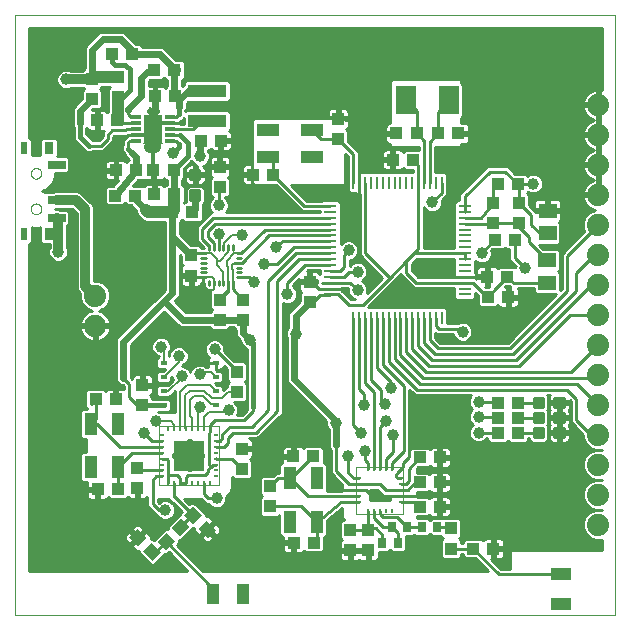
<source format=gtl>
G75*
%MOIN*%
%OFA0B0*%
%FSLAX25Y25*%
%IPPOS*%
%LPD*%
%AMOC8*
5,1,8,0,0,1.08239X$1,22.5*
%
%ADD10C,0.00000*%
%ADD11R,0.04331X0.03937*%
%ADD12R,0.03937X0.04331*%
%ADD13R,0.12992X0.04488*%
%ADD14R,0.05906X0.05118*%
%ADD15C,0.01181*%
%ADD16R,0.04331X0.01122*%
%ADD17R,0.01122X0.04331*%
%ADD18R,0.03346X0.01169*%
%ADD19R,0.06496X0.09449*%
%ADD20R,0.01102X0.02756*%
%ADD21R,0.06693X0.09449*%
%ADD22R,0.07480X0.04331*%
%ADD23C,0.07400*%
%ADD24R,0.03937X0.06693*%
%ADD25R,0.06693X0.03937*%
%ADD26R,0.02756X0.03543*%
%ADD27R,0.04331X0.07480*%
%ADD28R,0.02362X0.01575*%
%ADD29C,0.00906*%
%ADD30R,0.05906X0.02756*%
%ADD31R,0.02362X0.03937*%
%ADD32R,0.03150X0.03937*%
%ADD33C,0.00197*%
%ADD34R,0.01575X0.00984*%
%ADD35R,0.00984X0.01575*%
%ADD36R,0.10000X0.10000*%
%ADD37C,0.01000*%
%ADD38C,0.03962*%
%ADD39C,0.00700*%
%ADD40C,0.01600*%
%ADD41C,0.02400*%
%ADD42C,0.04000*%
%ADD43C,0.01200*%
%ADD44C,0.03200*%
D10*
X0050500Y0036500D02*
X0050500Y0236500D01*
X0250500Y0236500D01*
X0250500Y0036500D01*
X0050500Y0036500D01*
X0055728Y0171894D02*
X0055730Y0171978D01*
X0055736Y0172061D01*
X0055746Y0172144D01*
X0055760Y0172227D01*
X0055777Y0172309D01*
X0055799Y0172390D01*
X0055824Y0172469D01*
X0055853Y0172548D01*
X0055886Y0172625D01*
X0055922Y0172700D01*
X0055962Y0172774D01*
X0056005Y0172846D01*
X0056052Y0172915D01*
X0056102Y0172982D01*
X0056155Y0173047D01*
X0056211Y0173109D01*
X0056269Y0173169D01*
X0056331Y0173226D01*
X0056395Y0173279D01*
X0056462Y0173330D01*
X0056531Y0173377D01*
X0056602Y0173422D01*
X0056675Y0173462D01*
X0056750Y0173499D01*
X0056827Y0173533D01*
X0056905Y0173563D01*
X0056984Y0173589D01*
X0057065Y0173612D01*
X0057147Y0173630D01*
X0057229Y0173645D01*
X0057312Y0173656D01*
X0057395Y0173663D01*
X0057479Y0173666D01*
X0057563Y0173665D01*
X0057646Y0173660D01*
X0057730Y0173651D01*
X0057812Y0173638D01*
X0057894Y0173622D01*
X0057975Y0173601D01*
X0058056Y0173577D01*
X0058134Y0173549D01*
X0058212Y0173517D01*
X0058288Y0173481D01*
X0058362Y0173442D01*
X0058434Y0173400D01*
X0058504Y0173354D01*
X0058572Y0173305D01*
X0058637Y0173253D01*
X0058700Y0173198D01*
X0058760Y0173140D01*
X0058818Y0173079D01*
X0058872Y0173015D01*
X0058924Y0172949D01*
X0058972Y0172881D01*
X0059017Y0172810D01*
X0059058Y0172737D01*
X0059097Y0172663D01*
X0059131Y0172587D01*
X0059162Y0172509D01*
X0059189Y0172430D01*
X0059213Y0172349D01*
X0059232Y0172268D01*
X0059248Y0172186D01*
X0059260Y0172103D01*
X0059268Y0172019D01*
X0059272Y0171936D01*
X0059272Y0171852D01*
X0059268Y0171769D01*
X0059260Y0171685D01*
X0059248Y0171602D01*
X0059232Y0171520D01*
X0059213Y0171439D01*
X0059189Y0171358D01*
X0059162Y0171279D01*
X0059131Y0171201D01*
X0059097Y0171125D01*
X0059058Y0171051D01*
X0059017Y0170978D01*
X0058972Y0170907D01*
X0058924Y0170839D01*
X0058872Y0170773D01*
X0058818Y0170709D01*
X0058760Y0170648D01*
X0058700Y0170590D01*
X0058637Y0170535D01*
X0058572Y0170483D01*
X0058504Y0170434D01*
X0058434Y0170388D01*
X0058362Y0170346D01*
X0058288Y0170307D01*
X0058212Y0170271D01*
X0058134Y0170239D01*
X0058056Y0170211D01*
X0057975Y0170187D01*
X0057894Y0170166D01*
X0057812Y0170150D01*
X0057730Y0170137D01*
X0057646Y0170128D01*
X0057563Y0170123D01*
X0057479Y0170122D01*
X0057395Y0170125D01*
X0057312Y0170132D01*
X0057229Y0170143D01*
X0057147Y0170158D01*
X0057065Y0170176D01*
X0056984Y0170199D01*
X0056905Y0170225D01*
X0056827Y0170255D01*
X0056750Y0170289D01*
X0056675Y0170326D01*
X0056602Y0170366D01*
X0056531Y0170411D01*
X0056462Y0170458D01*
X0056395Y0170509D01*
X0056331Y0170562D01*
X0056269Y0170619D01*
X0056211Y0170679D01*
X0056155Y0170741D01*
X0056102Y0170806D01*
X0056052Y0170873D01*
X0056005Y0170942D01*
X0055962Y0171014D01*
X0055922Y0171088D01*
X0055886Y0171163D01*
X0055853Y0171240D01*
X0055824Y0171319D01*
X0055799Y0171398D01*
X0055777Y0171479D01*
X0055760Y0171561D01*
X0055746Y0171644D01*
X0055736Y0171727D01*
X0055730Y0171810D01*
X0055728Y0171894D01*
X0055728Y0183706D02*
X0055730Y0183790D01*
X0055736Y0183873D01*
X0055746Y0183956D01*
X0055760Y0184039D01*
X0055777Y0184121D01*
X0055799Y0184202D01*
X0055824Y0184281D01*
X0055853Y0184360D01*
X0055886Y0184437D01*
X0055922Y0184512D01*
X0055962Y0184586D01*
X0056005Y0184658D01*
X0056052Y0184727D01*
X0056102Y0184794D01*
X0056155Y0184859D01*
X0056211Y0184921D01*
X0056269Y0184981D01*
X0056331Y0185038D01*
X0056395Y0185091D01*
X0056462Y0185142D01*
X0056531Y0185189D01*
X0056602Y0185234D01*
X0056675Y0185274D01*
X0056750Y0185311D01*
X0056827Y0185345D01*
X0056905Y0185375D01*
X0056984Y0185401D01*
X0057065Y0185424D01*
X0057147Y0185442D01*
X0057229Y0185457D01*
X0057312Y0185468D01*
X0057395Y0185475D01*
X0057479Y0185478D01*
X0057563Y0185477D01*
X0057646Y0185472D01*
X0057730Y0185463D01*
X0057812Y0185450D01*
X0057894Y0185434D01*
X0057975Y0185413D01*
X0058056Y0185389D01*
X0058134Y0185361D01*
X0058212Y0185329D01*
X0058288Y0185293D01*
X0058362Y0185254D01*
X0058434Y0185212D01*
X0058504Y0185166D01*
X0058572Y0185117D01*
X0058637Y0185065D01*
X0058700Y0185010D01*
X0058760Y0184952D01*
X0058818Y0184891D01*
X0058872Y0184827D01*
X0058924Y0184761D01*
X0058972Y0184693D01*
X0059017Y0184622D01*
X0059058Y0184549D01*
X0059097Y0184475D01*
X0059131Y0184399D01*
X0059162Y0184321D01*
X0059189Y0184242D01*
X0059213Y0184161D01*
X0059232Y0184080D01*
X0059248Y0183998D01*
X0059260Y0183915D01*
X0059268Y0183831D01*
X0059272Y0183748D01*
X0059272Y0183664D01*
X0059268Y0183581D01*
X0059260Y0183497D01*
X0059248Y0183414D01*
X0059232Y0183332D01*
X0059213Y0183251D01*
X0059189Y0183170D01*
X0059162Y0183091D01*
X0059131Y0183013D01*
X0059097Y0182937D01*
X0059058Y0182863D01*
X0059017Y0182790D01*
X0058972Y0182719D01*
X0058924Y0182651D01*
X0058872Y0182585D01*
X0058818Y0182521D01*
X0058760Y0182460D01*
X0058700Y0182402D01*
X0058637Y0182347D01*
X0058572Y0182295D01*
X0058504Y0182246D01*
X0058434Y0182200D01*
X0058362Y0182158D01*
X0058288Y0182119D01*
X0058212Y0182083D01*
X0058134Y0182051D01*
X0058056Y0182023D01*
X0057975Y0181999D01*
X0057894Y0181978D01*
X0057812Y0181962D01*
X0057730Y0181949D01*
X0057646Y0181940D01*
X0057563Y0181935D01*
X0057479Y0181934D01*
X0057395Y0181937D01*
X0057312Y0181944D01*
X0057229Y0181955D01*
X0057147Y0181970D01*
X0057065Y0181988D01*
X0056984Y0182011D01*
X0056905Y0182037D01*
X0056827Y0182067D01*
X0056750Y0182101D01*
X0056675Y0182138D01*
X0056602Y0182178D01*
X0056531Y0182223D01*
X0056462Y0182270D01*
X0056395Y0182321D01*
X0056331Y0182374D01*
X0056269Y0182431D01*
X0056211Y0182491D01*
X0056155Y0182553D01*
X0056102Y0182618D01*
X0056052Y0182685D01*
X0056005Y0182754D01*
X0055962Y0182826D01*
X0055922Y0182900D01*
X0055886Y0182975D01*
X0055853Y0183052D01*
X0055824Y0183131D01*
X0055799Y0183210D01*
X0055777Y0183291D01*
X0055760Y0183373D01*
X0055746Y0183456D01*
X0055736Y0183539D01*
X0055730Y0183622D01*
X0055728Y0183706D01*
D11*
X0077854Y0201400D03*
X0084546Y0201400D03*
X0097154Y0209500D03*
X0103846Y0209500D03*
X0103646Y0218200D03*
X0096954Y0218200D03*
X0089546Y0223400D03*
X0082854Y0223400D03*
X0112454Y0194600D03*
X0119146Y0194600D03*
X0129854Y0183300D03*
X0136546Y0183300D03*
X0109646Y0170800D03*
X0102954Y0170800D03*
X0103546Y0176700D03*
X0096854Y0176700D03*
X0090546Y0176300D03*
X0083854Y0176300D03*
X0084154Y0184800D03*
X0090846Y0184800D03*
X0096654Y0184800D03*
X0103346Y0184800D03*
X0176454Y0188200D03*
X0183146Y0188200D03*
X0184346Y0197000D03*
X0191554Y0197000D03*
X0198246Y0197000D03*
X0211354Y0180200D03*
X0218046Y0180200D03*
X0217046Y0161600D03*
X0210354Y0161600D03*
X0207954Y0149300D03*
X0214646Y0149300D03*
X0214846Y0142400D03*
X0208154Y0142400D03*
X0211454Y0107200D03*
X0211454Y0102200D03*
X0211454Y0097200D03*
X0218146Y0097200D03*
X0218146Y0102200D03*
X0218146Y0107200D03*
X0192146Y0089000D03*
X0185454Y0089000D03*
X0185354Y0080700D03*
X0192046Y0080700D03*
X0192046Y0072600D03*
X0185354Y0072600D03*
X0203254Y0058600D03*
X0209946Y0058600D03*
X0150046Y0060600D03*
X0143354Y0060600D03*
X0143254Y0089400D03*
X0149946Y0089400D03*
G36*
X0114705Y0062112D02*
X0111644Y0065173D01*
X0114427Y0067956D01*
X0117488Y0064895D01*
X0114705Y0062112D01*
G37*
G36*
X0109973Y0066844D02*
X0106912Y0069905D01*
X0109695Y0072688D01*
X0112756Y0069627D01*
X0109973Y0066844D01*
G37*
G36*
X0108488Y0065905D02*
X0105427Y0062844D01*
X0102644Y0065627D01*
X0105705Y0068688D01*
X0108488Y0065905D01*
G37*
G36*
X0103756Y0061173D02*
X0100695Y0058112D01*
X0097912Y0060895D01*
X0100973Y0063956D01*
X0103756Y0061173D01*
G37*
G36*
X0096027Y0060456D02*
X0099088Y0057395D01*
X0096305Y0054612D01*
X0093244Y0057673D01*
X0096027Y0060456D01*
G37*
G36*
X0091295Y0065188D02*
X0094356Y0062127D01*
X0091573Y0059344D01*
X0088512Y0062405D01*
X0091295Y0065188D01*
G37*
X0084746Y0078400D03*
X0078054Y0078400D03*
X0077354Y0108400D03*
X0084046Y0108400D03*
X0177654Y0197000D03*
D12*
X0158200Y0195154D03*
X0158200Y0201846D03*
X0118800Y0185846D03*
X0118800Y0179154D03*
X0109200Y0156346D03*
X0109200Y0149654D03*
X0118700Y0141646D03*
X0126600Y0141646D03*
X0126600Y0134954D03*
X0118700Y0134954D03*
X0124400Y0117546D03*
X0124400Y0110854D03*
X0126200Y0091846D03*
X0126200Y0085154D03*
X0135500Y0079446D03*
X0135500Y0072754D03*
X0162200Y0064746D03*
X0168200Y0064746D03*
X0168200Y0058054D03*
X0162200Y0058054D03*
X0195900Y0058654D03*
X0195900Y0065346D03*
X0148700Y0140854D03*
X0148700Y0147546D03*
X0092900Y0113146D03*
X0092900Y0106454D03*
X0091300Y0085546D03*
X0091300Y0078854D03*
X0209900Y0167054D03*
X0209900Y0173746D03*
X0218400Y0173946D03*
X0218400Y0167254D03*
X0084700Y0209054D03*
X0084700Y0215746D03*
X0076200Y0215246D03*
X0076200Y0208554D03*
D13*
X0114600Y0211200D03*
X0114600Y0201200D03*
D14*
X0228000Y0171240D03*
X0228000Y0163760D03*
X0227900Y0154740D03*
X0227900Y0147260D03*
D15*
X0223669Y0108578D02*
X0223669Y0105822D01*
X0223669Y0108578D02*
X0226425Y0108578D01*
X0226425Y0105822D01*
X0223669Y0105822D01*
X0223669Y0107002D02*
X0226425Y0107002D01*
X0226425Y0108182D02*
X0223669Y0108182D01*
X0223669Y0103578D02*
X0223669Y0100822D01*
X0223669Y0103578D02*
X0226425Y0103578D01*
X0226425Y0100822D01*
X0223669Y0100822D01*
X0223669Y0102002D02*
X0226425Y0102002D01*
X0226425Y0103182D02*
X0223669Y0103182D01*
X0223669Y0098578D02*
X0223669Y0095822D01*
X0223669Y0098578D02*
X0226425Y0098578D01*
X0226425Y0095822D01*
X0223669Y0095822D01*
X0223669Y0097002D02*
X0226425Y0097002D01*
X0226425Y0098182D02*
X0223669Y0098182D01*
X0230575Y0098578D02*
X0230575Y0095822D01*
X0230575Y0098578D02*
X0233331Y0098578D01*
X0233331Y0095822D01*
X0230575Y0095822D01*
X0230575Y0097002D02*
X0233331Y0097002D01*
X0233331Y0098182D02*
X0230575Y0098182D01*
X0230575Y0100822D02*
X0230575Y0103578D01*
X0233331Y0103578D01*
X0233331Y0100822D01*
X0230575Y0100822D01*
X0230575Y0102002D02*
X0233331Y0102002D01*
X0233331Y0103182D02*
X0230575Y0103182D01*
X0230575Y0105822D02*
X0230575Y0108578D01*
X0233331Y0108578D01*
X0233331Y0105822D01*
X0230575Y0105822D01*
X0230575Y0107002D02*
X0233331Y0107002D01*
X0233331Y0108182D02*
X0230575Y0108182D01*
X0111978Y0174969D02*
X0109222Y0174969D01*
X0109222Y0177725D01*
X0111978Y0177725D01*
X0111978Y0174969D01*
X0111978Y0176149D02*
X0109222Y0176149D01*
X0109222Y0177329D02*
X0111978Y0177329D01*
X0111978Y0181875D02*
X0109222Y0181875D01*
X0109222Y0184631D01*
X0111978Y0184631D01*
X0111978Y0181875D01*
X0111978Y0183055D02*
X0109222Y0183055D01*
X0109222Y0184235D02*
X0111978Y0184235D01*
D16*
X0155559Y0172864D03*
X0155559Y0170895D03*
X0155559Y0168927D03*
X0155559Y0166958D03*
X0155559Y0164990D03*
X0155559Y0163021D03*
X0155559Y0161053D03*
X0155559Y0159084D03*
X0155559Y0157116D03*
X0155559Y0155147D03*
X0155559Y0153179D03*
X0155559Y0151210D03*
X0155559Y0149242D03*
X0155559Y0147273D03*
X0155559Y0145305D03*
X0155559Y0143336D03*
X0200441Y0143336D03*
X0200441Y0145305D03*
X0200441Y0147273D03*
X0200441Y0149242D03*
X0200441Y0151210D03*
X0200441Y0153179D03*
X0200441Y0155147D03*
X0200441Y0157116D03*
X0200441Y0159084D03*
X0200441Y0161053D03*
X0200441Y0163021D03*
X0200441Y0164990D03*
X0200441Y0166958D03*
X0200441Y0168927D03*
X0200441Y0170895D03*
X0200441Y0172864D03*
D17*
X0192764Y0180541D03*
X0190795Y0180541D03*
X0188827Y0180541D03*
X0186858Y0180541D03*
X0184890Y0180541D03*
X0182921Y0180541D03*
X0180953Y0180541D03*
X0178984Y0180541D03*
X0177016Y0180541D03*
X0175047Y0180541D03*
X0173079Y0180541D03*
X0171110Y0180541D03*
X0169142Y0180541D03*
X0167173Y0180541D03*
X0165205Y0180541D03*
X0163236Y0180541D03*
X0163236Y0135659D03*
X0165205Y0135659D03*
X0167173Y0135659D03*
X0169142Y0135659D03*
X0171110Y0135659D03*
X0173079Y0135659D03*
X0175047Y0135659D03*
X0177016Y0135659D03*
X0178984Y0135659D03*
X0180953Y0135659D03*
X0182921Y0135659D03*
X0184890Y0135659D03*
X0186858Y0135659D03*
X0188827Y0135659D03*
X0190795Y0135659D03*
X0192764Y0135659D03*
D18*
X0102307Y0194563D03*
X0102307Y0196531D03*
X0102307Y0198500D03*
X0102307Y0200469D03*
X0102307Y0202437D03*
X0090693Y0202437D03*
X0090693Y0200469D03*
X0090693Y0198500D03*
X0090693Y0196531D03*
X0090693Y0194563D03*
D19*
X0096500Y0198500D03*
D20*
X0097484Y0192594D03*
X0095516Y0192594D03*
X0095516Y0204406D03*
X0097484Y0204406D03*
D21*
X0180717Y0208000D03*
X0195283Y0208000D03*
D22*
X0149483Y0198328D03*
X0149483Y0189272D03*
X0134917Y0189272D03*
X0134917Y0198328D03*
D23*
X0077200Y0142900D03*
X0077200Y0132900D03*
X0244900Y0136500D03*
X0244900Y0146500D03*
X0244900Y0156500D03*
X0244900Y0166500D03*
X0244900Y0176500D03*
X0244900Y0186500D03*
X0244900Y0196500D03*
X0244900Y0206500D03*
X0244900Y0126500D03*
X0244900Y0116500D03*
X0244900Y0106500D03*
X0244900Y0096500D03*
X0244900Y0086500D03*
X0244900Y0076500D03*
X0244900Y0066500D03*
D24*
X0126421Y0043600D03*
X0116579Y0043600D03*
D25*
X0232600Y0040279D03*
X0232600Y0050121D03*
D26*
X0191259Y0065800D03*
X0186141Y0065800D03*
X0181159Y0065800D03*
X0176041Y0065800D03*
X0178059Y0060600D03*
X0172941Y0060600D03*
D27*
X0151128Y0067617D03*
X0142072Y0067617D03*
X0142072Y0082183D03*
X0151128Y0082183D03*
X0084728Y0085717D03*
X0075672Y0085717D03*
X0075672Y0100283D03*
X0084728Y0100283D03*
D28*
X0100139Y0106413D03*
X0100139Y0111138D03*
X0100139Y0115862D03*
X0100139Y0120587D03*
X0117461Y0120587D03*
X0117461Y0115862D03*
X0117461Y0111138D03*
X0117461Y0106413D03*
D29*
X0116838Y0146466D02*
X0116838Y0147922D01*
X0118413Y0147922D02*
X0118413Y0146466D01*
X0119987Y0146466D02*
X0119987Y0147922D01*
X0121562Y0147922D02*
X0121562Y0146466D01*
X0123137Y0146466D02*
X0123137Y0147922D01*
X0124378Y0149163D02*
X0125834Y0149163D01*
X0125834Y0150738D02*
X0124378Y0150738D01*
X0124378Y0152313D02*
X0125834Y0152313D01*
X0125834Y0153887D02*
X0124378Y0153887D01*
X0124378Y0155462D02*
X0125834Y0155462D01*
X0125834Y0157037D02*
X0124378Y0157037D01*
X0123137Y0158278D02*
X0123137Y0159734D01*
X0121562Y0159734D02*
X0121562Y0158278D01*
X0119987Y0158278D02*
X0119987Y0159734D01*
X0118413Y0159734D02*
X0118413Y0158278D01*
X0116838Y0158278D02*
X0116838Y0159734D01*
X0115263Y0159734D02*
X0115263Y0158278D01*
X0114022Y0157037D02*
X0112566Y0157037D01*
X0112566Y0155462D02*
X0114022Y0155462D01*
X0114022Y0153887D02*
X0112566Y0153887D01*
X0112566Y0152313D02*
X0114022Y0152313D01*
X0114022Y0150738D02*
X0112566Y0150738D01*
X0112566Y0149163D02*
X0114022Y0149163D01*
X0115263Y0147922D02*
X0115263Y0146466D01*
D30*
X0064390Y0168942D03*
X0064390Y0174847D03*
X0064390Y0186658D03*
D31*
X0053563Y0192170D03*
X0053563Y0163430D03*
D32*
X0061831Y0163430D03*
X0061831Y0192170D03*
D33*
X0098657Y0099443D02*
X0118343Y0099443D01*
X0118343Y0079757D01*
X0098657Y0079757D01*
X0098657Y0099443D01*
X0164226Y0085974D02*
X0164226Y0070226D01*
X0179974Y0070226D01*
X0179974Y0085974D01*
X0164226Y0085974D01*
D34*
X0165013Y0082037D03*
X0165013Y0080069D03*
X0165013Y0078100D03*
X0165013Y0076131D03*
X0165013Y0074163D03*
X0179187Y0074163D03*
X0179187Y0076131D03*
X0179187Y0078100D03*
X0179187Y0080069D03*
X0179187Y0082037D03*
X0117555Y0082710D03*
X0117555Y0084679D03*
X0117555Y0086647D03*
X0117555Y0088616D03*
X0117555Y0090584D03*
X0117555Y0092553D03*
X0117555Y0094521D03*
X0117555Y0096490D03*
X0099445Y0096490D03*
X0099445Y0094521D03*
X0099445Y0092553D03*
X0099445Y0090584D03*
X0099445Y0088616D03*
X0099445Y0086647D03*
X0099445Y0084679D03*
X0099445Y0082710D03*
D35*
X0101610Y0080545D03*
X0103579Y0080545D03*
X0105547Y0080545D03*
X0107516Y0080545D03*
X0109484Y0080545D03*
X0111453Y0080545D03*
X0113421Y0080545D03*
X0115390Y0080545D03*
X0115390Y0098655D03*
X0113421Y0098655D03*
X0111453Y0098655D03*
X0109484Y0098655D03*
X0107516Y0098655D03*
X0105547Y0098655D03*
X0103579Y0098655D03*
X0101610Y0098655D03*
X0168163Y0085187D03*
X0170131Y0085187D03*
X0172100Y0085187D03*
X0174069Y0085187D03*
X0176037Y0085187D03*
X0176037Y0071013D03*
X0174069Y0071013D03*
X0172100Y0071013D03*
X0170131Y0071013D03*
X0168163Y0071013D03*
D36*
X0108500Y0089600D03*
D37*
X0109000Y0089421D02*
X0113300Y0089421D01*
X0113300Y0089100D02*
X0109000Y0089100D01*
X0109000Y0090100D01*
X0113300Y0090100D01*
X0113300Y0089100D01*
X0115100Y0086500D02*
X0115700Y0085900D01*
X0116447Y0086647D01*
X0117555Y0086647D01*
X0117555Y0088616D02*
X0117593Y0088654D01*
X0122700Y0088654D01*
X0126200Y0085154D01*
X0129468Y0085427D02*
X0138607Y0085427D01*
X0138607Y0084429D02*
X0129468Y0084429D01*
X0129468Y0083430D02*
X0136938Y0083430D01*
X0136420Y0082912D02*
X0132993Y0082912D01*
X0132231Y0082150D01*
X0132231Y0076743D01*
X0132874Y0076100D01*
X0132231Y0075457D01*
X0132231Y0070050D01*
X0132993Y0069288D01*
X0138007Y0069288D01*
X0138607Y0069888D01*
X0138607Y0063338D01*
X0139369Y0062576D01*
X0139688Y0062576D01*
X0139688Y0061084D01*
X0142869Y0061084D01*
X0142869Y0060116D01*
X0139688Y0060116D01*
X0139688Y0058434D01*
X0139790Y0058053D01*
X0139988Y0057710D01*
X0140267Y0057431D01*
X0140609Y0057234D01*
X0140991Y0057131D01*
X0142869Y0057131D01*
X0142869Y0060116D01*
X0143838Y0060116D01*
X0143838Y0057131D01*
X0145716Y0057131D01*
X0146098Y0057234D01*
X0146440Y0057431D01*
X0146719Y0057710D01*
X0146809Y0057865D01*
X0147343Y0057331D01*
X0152750Y0057331D01*
X0153512Y0058093D01*
X0153512Y0062576D01*
X0153831Y0062576D01*
X0154593Y0063338D01*
X0154593Y0068092D01*
X0159628Y0072138D01*
X0159628Y0069311D01*
X0160083Y0068212D01*
X0159693Y0068212D01*
X0158931Y0067450D01*
X0158931Y0062043D01*
X0159465Y0061509D01*
X0159310Y0061419D01*
X0159031Y0061140D01*
X0158834Y0060798D01*
X0158731Y0060416D01*
X0158731Y0058538D01*
X0161716Y0058538D01*
X0161716Y0057569D01*
X0162684Y0057569D01*
X0162684Y0054388D01*
X0164366Y0054388D01*
X0164747Y0054490D01*
X0165090Y0054688D01*
X0165200Y0054798D01*
X0165310Y0054688D01*
X0165653Y0054490D01*
X0166034Y0054388D01*
X0167716Y0054388D01*
X0167716Y0057569D01*
X0168684Y0057569D01*
X0168684Y0054388D01*
X0170366Y0054388D01*
X0170747Y0054490D01*
X0171090Y0054688D01*
X0171369Y0054967D01*
X0171566Y0055309D01*
X0171668Y0055691D01*
X0171668Y0057528D01*
X0174857Y0057528D01*
X0175500Y0058171D01*
X0176143Y0057528D01*
X0179975Y0057528D01*
X0180737Y0058290D01*
X0180737Y0062728D01*
X0183075Y0062728D01*
X0183650Y0063303D01*
X0184225Y0062728D01*
X0188057Y0062728D01*
X0188700Y0063371D01*
X0189343Y0062728D01*
X0192631Y0062728D01*
X0192631Y0062643D01*
X0193274Y0062000D01*
X0192631Y0061357D01*
X0192631Y0055950D01*
X0193393Y0055188D01*
X0198407Y0055188D01*
X0199168Y0055950D01*
X0199168Y0056854D01*
X0199788Y0056854D01*
X0199788Y0056093D01*
X0200550Y0055331D01*
X0203976Y0055331D01*
X0208008Y0051300D01*
X0113043Y0051300D01*
X0104410Y0059988D01*
X0105057Y0060634D01*
X0105057Y0061543D01*
X0105966Y0061543D01*
X0109789Y0065367D01*
X0109789Y0065543D01*
X0110190Y0065543D01*
X0110143Y0065370D01*
X0110143Y0064975D01*
X0110245Y0064594D01*
X0110443Y0064252D01*
X0111771Y0062924D01*
X0113881Y0065034D01*
X0114566Y0064349D01*
X0112456Y0062239D01*
X0113784Y0060910D01*
X0114127Y0060713D01*
X0114508Y0060611D01*
X0114903Y0060611D01*
X0115284Y0060713D01*
X0115627Y0060910D01*
X0116816Y0062099D01*
X0114566Y0064349D01*
X0115251Y0065034D01*
X0114566Y0065719D01*
X0116676Y0067829D01*
X0115348Y0069157D01*
X0115006Y0069355D01*
X0114625Y0069457D01*
X0114230Y0069457D01*
X0114057Y0069410D01*
X0114057Y0070166D01*
X0110233Y0073989D01*
X0109156Y0073989D01*
X0108656Y0073489D01*
X0106986Y0075159D01*
X0112495Y0075159D01*
X0112676Y0074979D01*
X0114054Y0073600D01*
X0114894Y0073600D01*
X0114918Y0073541D01*
X0115841Y0072618D01*
X0117047Y0072119D01*
X0118353Y0072119D01*
X0119559Y0072618D01*
X0120482Y0073541D01*
X0120981Y0074747D01*
X0120981Y0075893D01*
X0122241Y0077153D01*
X0122941Y0078843D01*
X0122941Y0082440D01*
X0123693Y0081688D01*
X0128707Y0081688D01*
X0129468Y0082450D01*
X0129468Y0087857D01*
X0128935Y0088391D01*
X0129090Y0088481D01*
X0129369Y0088760D01*
X0129566Y0089102D01*
X0129668Y0089484D01*
X0129668Y0091362D01*
X0126684Y0091362D01*
X0126684Y0092331D01*
X0129668Y0092331D01*
X0129668Y0094209D01*
X0129566Y0094591D01*
X0129369Y0094933D01*
X0129090Y0095212D01*
X0128747Y0095410D01*
X0128410Y0095500D01*
X0131546Y0095500D01*
X0138646Y0102600D01*
X0139700Y0103654D01*
X0139700Y0140511D01*
X0140647Y0140119D01*
X0141953Y0140119D01*
X0143159Y0140618D01*
X0144082Y0141541D01*
X0144581Y0142747D01*
X0144581Y0144053D01*
X0144082Y0145259D01*
X0143159Y0146182D01*
X0143100Y0146206D01*
X0143100Y0146454D01*
X0145231Y0148586D01*
X0145231Y0148031D01*
X0148216Y0148031D01*
X0148216Y0151212D01*
X0147857Y0151212D01*
X0148024Y0151379D01*
X0152094Y0151379D01*
X0152094Y0150188D01*
X0152066Y0150291D01*
X0151869Y0150633D01*
X0151590Y0150912D01*
X0151247Y0151110D01*
X0150866Y0151212D01*
X0149184Y0151212D01*
X0149184Y0148031D01*
X0148216Y0148031D01*
X0148216Y0147062D01*
X0145231Y0147062D01*
X0145231Y0145184D01*
X0145334Y0144802D01*
X0145531Y0144460D01*
X0145810Y0144181D01*
X0145965Y0144091D01*
X0145431Y0143557D01*
X0145431Y0141121D01*
X0141881Y0137570D01*
X0141500Y0136651D01*
X0141500Y0132240D01*
X0141218Y0131959D01*
X0140719Y0130753D01*
X0140719Y0129447D01*
X0141000Y0128769D01*
X0141000Y0114803D01*
X0141381Y0113884D01*
X0142084Y0113181D01*
X0152781Y0102484D01*
X0152781Y0102484D01*
X0154219Y0101046D01*
X0154219Y0099847D01*
X0154718Y0098641D01*
X0155000Y0098360D01*
X0155000Y0092803D01*
X0155381Y0091884D01*
X0155700Y0091564D01*
X0155700Y0083754D01*
X0156754Y0082700D01*
X0159628Y0079827D01*
X0159628Y0077900D01*
X0154588Y0077900D01*
X0154593Y0077905D01*
X0154593Y0086462D01*
X0153831Y0087224D01*
X0153412Y0087224D01*
X0153412Y0091907D01*
X0152650Y0092668D01*
X0147243Y0092668D01*
X0146709Y0092135D01*
X0146619Y0092290D01*
X0146340Y0092569D01*
X0145998Y0092766D01*
X0145616Y0092868D01*
X0143738Y0092868D01*
X0143738Y0089884D01*
X0142769Y0089884D01*
X0142769Y0088916D01*
X0139588Y0088916D01*
X0139588Y0087234D01*
X0139591Y0087224D01*
X0139369Y0087224D01*
X0138607Y0086462D01*
X0138607Y0083983D01*
X0137491Y0083983D01*
X0136420Y0082912D01*
X0138237Y0082183D02*
X0135500Y0079446D01*
X0132231Y0079436D02*
X0122941Y0079436D01*
X0122941Y0080434D02*
X0132231Y0080434D01*
X0132231Y0081433D02*
X0122941Y0081433D01*
X0122941Y0082432D02*
X0122950Y0082432D01*
X0122773Y0078437D02*
X0132231Y0078437D01*
X0132231Y0077439D02*
X0122359Y0077439D01*
X0121529Y0076440D02*
X0132534Y0076440D01*
X0132231Y0075442D02*
X0120981Y0075442D01*
X0120855Y0074443D02*
X0132231Y0074443D01*
X0132231Y0073445D02*
X0120385Y0073445D01*
X0119143Y0072446D02*
X0132231Y0072446D01*
X0132231Y0071448D02*
X0112774Y0071448D01*
X0111776Y0072446D02*
X0116257Y0072446D01*
X0115015Y0073445D02*
X0110777Y0073445D01*
X0113211Y0074443D02*
X0107702Y0074443D01*
X0105606Y0071448D02*
X0103881Y0071448D01*
X0103881Y0070847D02*
X0103881Y0072153D01*
X0103382Y0073359D01*
X0102459Y0074282D01*
X0101253Y0074781D01*
X0099947Y0074781D01*
X0098741Y0074282D01*
X0098453Y0073993D01*
X0098200Y0074246D01*
X0098200Y0075159D01*
X0101779Y0075159D01*
X0101779Y0074976D01*
X0102833Y0073921D01*
X0103133Y0073921D01*
X0106111Y0070944D01*
X0105611Y0070444D01*
X0105611Y0069989D01*
X0105167Y0069989D01*
X0101343Y0066166D01*
X0101343Y0065257D01*
X0100434Y0065257D01*
X0096750Y0061572D01*
X0096566Y0061757D01*
X0095810Y0061757D01*
X0095857Y0061930D01*
X0095857Y0062325D01*
X0095755Y0062706D01*
X0095557Y0063048D01*
X0094229Y0064376D01*
X0092119Y0062266D01*
X0091434Y0062951D01*
X0093544Y0065061D01*
X0092216Y0066390D01*
X0091873Y0066587D01*
X0091492Y0066689D01*
X0091097Y0066689D01*
X0090716Y0066587D01*
X0090373Y0066390D01*
X0089184Y0065201D01*
X0091434Y0062951D01*
X0090749Y0062266D01*
X0091434Y0061581D01*
X0089324Y0059471D01*
X0090652Y0058143D01*
X0090994Y0057945D01*
X0091375Y0057843D01*
X0091770Y0057843D01*
X0091943Y0057890D01*
X0091943Y0057134D01*
X0095767Y0053311D01*
X0096844Y0053311D01*
X0100344Y0056811D01*
X0101233Y0056811D01*
X0101865Y0057442D01*
X0107968Y0051300D01*
X0055000Y0051300D01*
X0055000Y0160161D01*
X0055283Y0160161D01*
X0056044Y0160923D01*
X0056044Y0165709D01*
X0056252Y0165623D01*
X0058748Y0165623D01*
X0058956Y0165709D01*
X0058956Y0160923D01*
X0059717Y0160161D01*
X0062000Y0160161D01*
X0062000Y0159173D01*
X0061619Y0158253D01*
X0061619Y0156947D01*
X0062118Y0155741D01*
X0063041Y0154818D01*
X0064247Y0154319D01*
X0065553Y0154319D01*
X0066759Y0154818D01*
X0067682Y0155741D01*
X0068181Y0156947D01*
X0068181Y0158253D01*
X0067800Y0159173D01*
X0067800Y0166264D01*
X0067881Y0166264D01*
X0068643Y0167025D01*
X0068643Y0170858D01*
X0067881Y0171620D01*
X0065503Y0171620D01*
X0064967Y0171842D01*
X0063813Y0171842D01*
X0063772Y0171825D01*
X0063772Y0171964D01*
X0063813Y0171947D01*
X0069552Y0171947D01*
X0071000Y0170499D01*
X0071000Y0145623D01*
X0071441Y0144557D01*
X0072200Y0143799D01*
X0072200Y0141905D01*
X0072961Y0140068D01*
X0074368Y0138661D01*
X0076018Y0137978D01*
X0075982Y0137972D01*
X0075204Y0137719D01*
X0074475Y0137347D01*
X0073812Y0136866D01*
X0073234Y0136288D01*
X0072753Y0135625D01*
X0072381Y0134896D01*
X0072128Y0134118D01*
X0072014Y0133400D01*
X0076700Y0133400D01*
X0076700Y0132400D01*
X0077700Y0132400D01*
X0077700Y0133400D01*
X0082386Y0133400D01*
X0082272Y0134118D01*
X0082019Y0134896D01*
X0081647Y0135625D01*
X0081166Y0136288D01*
X0080588Y0136866D01*
X0079925Y0137347D01*
X0079196Y0137719D01*
X0078418Y0137972D01*
X0078382Y0137978D01*
X0080032Y0138661D01*
X0081439Y0140068D01*
X0082200Y0141905D01*
X0082200Y0143895D01*
X0081439Y0145732D01*
X0080032Y0147139D01*
X0078195Y0147900D01*
X0076800Y0147900D01*
X0076800Y0172277D01*
X0076358Y0173343D01*
X0075543Y0174158D01*
X0073211Y0176490D01*
X0072395Y0177306D01*
X0071330Y0177747D01*
X0063813Y0177747D01*
X0063277Y0177525D01*
X0060899Y0177525D01*
X0060722Y0177348D01*
X0059631Y0177800D01*
X0061053Y0178389D01*
X0062817Y0180153D01*
X0063772Y0182458D01*
X0063772Y0183980D01*
X0067881Y0183980D01*
X0068643Y0184742D01*
X0068643Y0188575D01*
X0067881Y0189336D01*
X0064379Y0189336D01*
X0064705Y0189663D01*
X0064705Y0194677D01*
X0063944Y0195439D01*
X0059717Y0195439D01*
X0058956Y0194677D01*
X0058956Y0189891D01*
X0058748Y0189977D01*
X0056252Y0189977D01*
X0056044Y0189891D01*
X0056044Y0194677D01*
X0055283Y0195439D01*
X0055000Y0195439D01*
X0055000Y0232000D01*
X0246000Y0232000D01*
X0246000Y0211591D01*
X0245400Y0211686D01*
X0245400Y0207000D01*
X0244400Y0207000D01*
X0244400Y0211686D01*
X0243682Y0211572D01*
X0242904Y0211319D01*
X0242175Y0210947D01*
X0241512Y0210466D01*
X0240934Y0209888D01*
X0240453Y0209225D01*
X0240081Y0208496D01*
X0239828Y0207718D01*
X0239714Y0207000D01*
X0244400Y0207000D01*
X0244400Y0206000D01*
X0245400Y0206000D01*
X0245400Y0197000D01*
X0244400Y0197000D01*
X0244400Y0201686D01*
X0244400Y0206000D01*
X0239714Y0206000D01*
X0239828Y0205282D01*
X0240081Y0204504D01*
X0240453Y0203775D01*
X0240934Y0203112D01*
X0241512Y0202534D01*
X0242175Y0202053D01*
X0242904Y0201681D01*
X0243461Y0201500D01*
X0242904Y0201319D01*
X0242175Y0200947D01*
X0241512Y0200466D01*
X0240934Y0199888D01*
X0240453Y0199225D01*
X0240081Y0198496D01*
X0239828Y0197718D01*
X0239714Y0197000D01*
X0244400Y0197000D01*
X0244400Y0196000D01*
X0245400Y0196000D01*
X0245400Y0187000D01*
X0244400Y0187000D01*
X0244400Y0191686D01*
X0244400Y0196000D01*
X0239714Y0196000D01*
X0239828Y0195282D01*
X0240081Y0194504D01*
X0240453Y0193775D01*
X0240934Y0193112D01*
X0241512Y0192534D01*
X0242175Y0192053D01*
X0242904Y0191681D01*
X0243461Y0191500D01*
X0242904Y0191319D01*
X0242175Y0190947D01*
X0241512Y0190466D01*
X0240934Y0189888D01*
X0240453Y0189225D01*
X0240081Y0188496D01*
X0239828Y0187718D01*
X0239714Y0187000D01*
X0244400Y0187000D01*
X0244400Y0186000D01*
X0245400Y0186000D01*
X0245400Y0177000D01*
X0244400Y0177000D01*
X0244400Y0181686D01*
X0244400Y0186000D01*
X0239714Y0186000D01*
X0239828Y0185282D01*
X0240081Y0184504D01*
X0240453Y0183775D01*
X0240934Y0183112D01*
X0241512Y0182534D01*
X0242175Y0182053D01*
X0242904Y0181681D01*
X0243461Y0181500D01*
X0242904Y0181319D01*
X0242175Y0180947D01*
X0241512Y0180466D01*
X0240934Y0179888D01*
X0240453Y0179225D01*
X0240081Y0178496D01*
X0239828Y0177718D01*
X0239714Y0177000D01*
X0244400Y0177000D01*
X0244400Y0176000D01*
X0239714Y0176000D01*
X0239828Y0175282D01*
X0240081Y0174504D01*
X0240453Y0173775D01*
X0240934Y0173112D01*
X0241512Y0172534D01*
X0242175Y0172053D01*
X0242904Y0171681D01*
X0243682Y0171428D01*
X0243718Y0171422D01*
X0242068Y0170739D01*
X0240661Y0169332D01*
X0239900Y0167495D01*
X0239900Y0165505D01*
X0240328Y0164473D01*
X0232700Y0156846D01*
X0232700Y0145246D01*
X0232153Y0144698D01*
X0232153Y0150357D01*
X0231510Y0151000D01*
X0232153Y0151643D01*
X0232153Y0157838D01*
X0231391Y0158599D01*
X0226587Y0158599D01*
X0225285Y0159901D01*
X0231491Y0159901D01*
X0232253Y0160662D01*
X0232253Y0166857D01*
X0231719Y0167391D01*
X0231874Y0167481D01*
X0232153Y0167760D01*
X0232351Y0168102D01*
X0232453Y0168484D01*
X0232453Y0170740D01*
X0228500Y0170740D01*
X0228500Y0171740D01*
X0232453Y0171740D01*
X0232453Y0173997D01*
X0232351Y0174378D01*
X0232153Y0174720D01*
X0231874Y0174999D01*
X0231532Y0175197D01*
X0231150Y0175299D01*
X0228500Y0175299D01*
X0228500Y0171740D01*
X0227500Y0171740D01*
X0227500Y0170740D01*
X0224152Y0170740D01*
X0221668Y0173224D01*
X0221668Y0176650D01*
X0221069Y0177250D01*
X0221389Y0177571D01*
X0221441Y0177518D01*
X0222647Y0177019D01*
X0223953Y0177019D01*
X0225159Y0177518D01*
X0226082Y0178441D01*
X0226581Y0179647D01*
X0226581Y0180953D01*
X0226082Y0182159D01*
X0225159Y0183082D01*
X0223953Y0183581D01*
X0222647Y0183581D01*
X0221441Y0183082D01*
X0221289Y0182929D01*
X0220750Y0183468D01*
X0217324Y0183468D01*
X0214692Y0186100D01*
X0207954Y0186100D01*
X0206900Y0185046D01*
X0198641Y0176787D01*
X0198641Y0174725D01*
X0197737Y0174725D01*
X0196976Y0173963D01*
X0196976Y0158916D01*
X0186690Y0158916D01*
X0186690Y0172552D01*
X0186818Y0172241D01*
X0187741Y0171318D01*
X0188947Y0170819D01*
X0190253Y0170819D01*
X0191459Y0171318D01*
X0192382Y0172241D01*
X0192881Y0173447D01*
X0192881Y0174753D01*
X0192857Y0174811D01*
X0194564Y0176518D01*
X0194564Y0177776D01*
X0194625Y0177837D01*
X0194625Y0183245D01*
X0193863Y0184006D01*
X0190627Y0184006D01*
X0190627Y0192400D01*
X0198714Y0192400D01*
X0199300Y0192986D01*
X0199300Y0193531D01*
X0200609Y0193531D01*
X0200991Y0193634D01*
X0201333Y0193831D01*
X0201612Y0194110D01*
X0201810Y0194453D01*
X0201912Y0194834D01*
X0201912Y0196516D01*
X0199300Y0196516D01*
X0199300Y0197484D01*
X0201912Y0197484D01*
X0201912Y0199166D01*
X0201810Y0199547D01*
X0201612Y0199890D01*
X0201333Y0200169D01*
X0200991Y0200366D01*
X0200609Y0200468D01*
X0199300Y0200468D01*
X0199300Y0202107D01*
X0199930Y0202737D01*
X0199930Y0213263D01*
X0199300Y0213893D01*
X0199300Y0214514D01*
X0198714Y0215100D01*
X0176086Y0215100D01*
X0175500Y0214514D01*
X0175500Y0200468D01*
X0175291Y0200468D01*
X0174909Y0200366D01*
X0174567Y0200169D01*
X0174288Y0199890D01*
X0174090Y0199547D01*
X0173988Y0199166D01*
X0173988Y0197484D01*
X0175500Y0197484D01*
X0175500Y0196516D01*
X0173988Y0196516D01*
X0173988Y0194834D01*
X0174090Y0194453D01*
X0174288Y0194110D01*
X0174567Y0193831D01*
X0174909Y0193634D01*
X0175291Y0193531D01*
X0175500Y0193531D01*
X0175500Y0192986D01*
X0176086Y0192400D01*
X0185058Y0192400D01*
X0185058Y0191468D01*
X0180443Y0191468D01*
X0179909Y0190935D01*
X0179819Y0191090D01*
X0179540Y0191369D01*
X0179198Y0191566D01*
X0178816Y0191668D01*
X0176938Y0191668D01*
X0176938Y0188684D01*
X0175969Y0188684D01*
X0175969Y0187716D01*
X0172788Y0187716D01*
X0172788Y0186034D01*
X0172890Y0185653D01*
X0173088Y0185310D01*
X0173367Y0185031D01*
X0173709Y0184834D01*
X0174091Y0184731D01*
X0175969Y0184731D01*
X0175969Y0187716D01*
X0176938Y0187716D01*
X0176938Y0184731D01*
X0178816Y0184731D01*
X0179198Y0184834D01*
X0179540Y0185031D01*
X0179819Y0185310D01*
X0179909Y0185465D01*
X0180443Y0184931D01*
X0183046Y0184931D01*
X0183046Y0184006D01*
X0166514Y0184006D01*
X0166345Y0184104D01*
X0165963Y0184206D01*
X0165205Y0184206D01*
X0165205Y0180541D01*
X0165205Y0180541D01*
X0165205Y0184705D01*
X0165300Y0193800D01*
X0163631Y0192268D02*
X0185058Y0192268D01*
X0186858Y0194488D02*
X0184346Y0197000D01*
X0184346Y0204370D01*
X0180717Y0208000D01*
X0175500Y0208244D02*
X0122223Y0208244D01*
X0122396Y0208417D02*
X0122396Y0213983D01*
X0121635Y0214744D01*
X0107565Y0214744D01*
X0106804Y0213983D01*
X0106804Y0213286D01*
X0106287Y0212768D01*
X0106146Y0212768D01*
X0106146Y0214931D01*
X0106350Y0214931D01*
X0107112Y0215693D01*
X0107112Y0217260D01*
X0107146Y0217344D01*
X0107146Y0218656D01*
X0107112Y0218740D01*
X0107112Y0220707D01*
X0106350Y0221468D01*
X0104379Y0221468D01*
X0104303Y0221500D01*
X0104136Y0221500D01*
X0100819Y0224816D01*
X0100116Y0225519D01*
X0099197Y0225900D01*
X0093012Y0225900D01*
X0093012Y0225907D01*
X0092250Y0226668D01*
X0090967Y0226668D01*
X0087819Y0229816D01*
X0087116Y0230519D01*
X0086197Y0230900D01*
X0079203Y0230900D01*
X0078284Y0230519D01*
X0074784Y0227019D01*
X0074081Y0226316D01*
X0073700Y0225397D01*
X0073700Y0218712D01*
X0073693Y0218712D01*
X0072931Y0217950D01*
X0072931Y0217900D01*
X0069173Y0217900D01*
X0068253Y0218281D01*
X0066947Y0218281D01*
X0065741Y0217782D01*
X0064818Y0216859D01*
X0064319Y0215653D01*
X0064319Y0214347D01*
X0064818Y0213141D01*
X0065741Y0212218D01*
X0066947Y0211719D01*
X0068253Y0211719D01*
X0069173Y0212100D01*
X0073374Y0212100D01*
X0073574Y0211900D01*
X0072931Y0211257D01*
X0072931Y0208821D01*
X0070081Y0205970D01*
X0069700Y0205051D01*
X0069700Y0199903D01*
X0070081Y0198984D01*
X0070100Y0198964D01*
X0070100Y0195030D01*
X0071330Y0193800D01*
X0074330Y0190800D01*
X0076070Y0190800D01*
X0076370Y0191100D01*
X0079846Y0191100D01*
X0080900Y0192154D01*
X0083300Y0194554D01*
X0083300Y0195854D01*
X0083646Y0196200D01*
X0087520Y0196200D01*
X0087520Y0195865D01*
X0086963Y0195309D01*
X0086963Y0195309D01*
X0086400Y0194746D01*
X0086400Y0193070D01*
X0086100Y0192770D01*
X0086100Y0191030D01*
X0087000Y0190130D01*
X0087000Y0190103D01*
X0087381Y0189184D01*
X0088346Y0188218D01*
X0088346Y0188068D01*
X0088143Y0188068D01*
X0087609Y0187535D01*
X0087519Y0187690D01*
X0087240Y0187969D01*
X0086898Y0188166D01*
X0086516Y0188268D01*
X0084638Y0188268D01*
X0084638Y0185284D01*
X0083669Y0185284D01*
X0083669Y0184316D01*
X0080488Y0184316D01*
X0080488Y0182634D01*
X0080590Y0182253D01*
X0080788Y0181910D01*
X0081067Y0181631D01*
X0081409Y0181434D01*
X0081791Y0181331D01*
X0083669Y0181331D01*
X0083669Y0184316D01*
X0084638Y0184316D01*
X0084638Y0181331D01*
X0084756Y0181331D01*
X0083305Y0179568D01*
X0081150Y0179568D01*
X0080388Y0178807D01*
X0080388Y0173793D01*
X0081150Y0173031D01*
X0086557Y0173031D01*
X0087200Y0173674D01*
X0087843Y0173031D01*
X0089033Y0173031D01*
X0090900Y0171164D01*
X0090900Y0170744D01*
X0091402Y0169531D01*
X0092002Y0168931D01*
X0092931Y0168002D01*
X0094144Y0167500D01*
X0100454Y0167500D01*
X0100454Y0144982D01*
X0098787Y0143316D01*
X0098084Y0142613D01*
X0085184Y0129712D01*
X0084481Y0129009D01*
X0084100Y0128090D01*
X0084100Y0115003D01*
X0084481Y0114084D01*
X0085184Y0113381D01*
X0086103Y0113000D01*
X0086554Y0113000D01*
X0086800Y0112754D01*
X0086800Y0111761D01*
X0086791Y0111766D01*
X0086409Y0111868D01*
X0084531Y0111868D01*
X0084531Y0108884D01*
X0083562Y0108884D01*
X0083562Y0111868D01*
X0081684Y0111868D01*
X0081302Y0111766D01*
X0080960Y0111569D01*
X0080681Y0111290D01*
X0080591Y0111135D01*
X0080057Y0111668D01*
X0074650Y0111668D01*
X0073888Y0110907D01*
X0073888Y0107480D01*
X0073872Y0107464D01*
X0073872Y0105973D01*
X0073888Y0105958D01*
X0073888Y0105893D01*
X0074458Y0105324D01*
X0072969Y0105324D01*
X0072207Y0104562D01*
X0072207Y0096005D01*
X0072969Y0095243D01*
X0074150Y0095243D01*
X0074150Y0090757D01*
X0072969Y0090757D01*
X0072207Y0089995D01*
X0072207Y0081438D01*
X0072969Y0080676D01*
X0074418Y0080676D01*
X0074388Y0080566D01*
X0074388Y0078884D01*
X0077569Y0078884D01*
X0077569Y0077916D01*
X0074388Y0077916D01*
X0074388Y0076234D01*
X0074490Y0075853D01*
X0074688Y0075510D01*
X0074967Y0075231D01*
X0075309Y0075034D01*
X0075691Y0074931D01*
X0077569Y0074931D01*
X0077569Y0077916D01*
X0078538Y0077916D01*
X0078538Y0074931D01*
X0080416Y0074931D01*
X0080798Y0075034D01*
X0081140Y0075231D01*
X0081419Y0075510D01*
X0081509Y0075665D01*
X0082043Y0075131D01*
X0087450Y0075131D01*
X0088115Y0075796D01*
X0088131Y0075767D01*
X0088410Y0075488D01*
X0088753Y0075290D01*
X0089134Y0075188D01*
X0090816Y0075188D01*
X0090816Y0078369D01*
X0091784Y0078369D01*
X0091784Y0075188D01*
X0093466Y0075188D01*
X0093847Y0075290D01*
X0094190Y0075488D01*
X0094469Y0075767D01*
X0094600Y0075994D01*
X0094600Y0072754D01*
X0096600Y0070754D01*
X0097654Y0069700D01*
X0097794Y0069700D01*
X0097818Y0069641D01*
X0098741Y0068718D01*
X0099947Y0068219D01*
X0101253Y0068219D01*
X0102459Y0068718D01*
X0103382Y0069641D01*
X0103881Y0070847D01*
X0103716Y0070449D02*
X0105616Y0070449D01*
X0104629Y0069451D02*
X0103191Y0069451D01*
X0103630Y0068452D02*
X0101816Y0068452D01*
X0102631Y0067454D02*
X0055000Y0067454D01*
X0055000Y0068452D02*
X0099384Y0068452D01*
X0098009Y0069451D02*
X0055000Y0069451D01*
X0055000Y0070449D02*
X0096905Y0070449D01*
X0095907Y0071448D02*
X0055000Y0071448D01*
X0055000Y0072446D02*
X0094908Y0072446D01*
X0094600Y0073445D02*
X0055000Y0073445D01*
X0055000Y0074443D02*
X0094600Y0074443D01*
X0094600Y0075442D02*
X0094110Y0075442D01*
X0091784Y0075442D02*
X0090816Y0075442D01*
X0090816Y0076440D02*
X0091784Y0076440D01*
X0091784Y0077439D02*
X0090816Y0077439D01*
X0088490Y0075442D02*
X0087761Y0075442D01*
X0084746Y0078400D02*
X0084746Y0085698D01*
X0084728Y0085717D01*
X0089595Y0090584D01*
X0099445Y0090584D01*
X0099445Y0088616D02*
X0101084Y0088616D01*
X0101610Y0088090D01*
X0101610Y0080545D01*
X0101600Y0080555D01*
X0101600Y0083300D01*
X0104500Y0083300D01*
X0105600Y0082200D01*
X0105600Y0080598D01*
X0105547Y0080545D01*
X0107516Y0080545D01*
X0107516Y0082416D01*
X0108100Y0083000D01*
X0113900Y0083000D01*
X0114900Y0084000D01*
X0114900Y0085100D01*
X0115700Y0085900D01*
X0115100Y0086500D02*
X0115100Y0097200D01*
X0115390Y0097490D01*
X0115390Y0098655D01*
X0115390Y0099790D01*
X0117000Y0101400D01*
X0126800Y0101400D01*
X0129900Y0104500D01*
X0129900Y0105800D01*
X0127800Y0105397D02*
X0124963Y0105397D01*
X0124981Y0105353D02*
X0124482Y0106559D01*
X0123652Y0107388D01*
X0126907Y0107388D01*
X0127668Y0108150D01*
X0127668Y0113557D01*
X0127026Y0114200D01*
X0127668Y0114843D01*
X0127668Y0120250D01*
X0126907Y0121012D01*
X0123634Y0121012D01*
X0120257Y0124389D01*
X0120281Y0124447D01*
X0120281Y0125753D01*
X0119782Y0126959D01*
X0118859Y0127882D01*
X0117653Y0128381D01*
X0116347Y0128381D01*
X0115141Y0127882D01*
X0114218Y0126959D01*
X0113719Y0125753D01*
X0113719Y0124447D01*
X0114218Y0123241D01*
X0115122Y0122337D01*
X0115080Y0122295D01*
X0114883Y0121953D01*
X0114780Y0121571D01*
X0114780Y0120587D01*
X0117461Y0120587D01*
X0117461Y0120587D01*
X0114780Y0120587D01*
X0114780Y0119602D01*
X0114883Y0119220D01*
X0114923Y0119150D01*
X0114290Y0119150D01*
X0113959Y0119482D01*
X0112753Y0119981D01*
X0111447Y0119981D01*
X0110241Y0119482D01*
X0109318Y0118559D01*
X0108946Y0117661D01*
X0108782Y0118059D01*
X0107859Y0118982D01*
X0106653Y0119481D01*
X0106215Y0119481D01*
X0106607Y0119873D01*
X0106959Y0120018D01*
X0107882Y0120941D01*
X0108381Y0122147D01*
X0108381Y0123453D01*
X0107882Y0124659D01*
X0106959Y0125582D01*
X0105753Y0126081D01*
X0104447Y0126081D01*
X0103241Y0125582D01*
X0102318Y0124659D01*
X0101819Y0123453D01*
X0101819Y0122674D01*
X0101789Y0122674D01*
X0101789Y0123848D01*
X0101982Y0124041D01*
X0102481Y0125247D01*
X0102481Y0126553D01*
X0101982Y0127759D01*
X0101059Y0128682D01*
X0099853Y0129181D01*
X0098547Y0129181D01*
X0097341Y0128682D01*
X0096418Y0127759D01*
X0095919Y0126553D01*
X0095919Y0125247D01*
X0096418Y0124041D01*
X0097341Y0123118D01*
X0098418Y0122673D01*
X0097657Y0121912D01*
X0097657Y0119261D01*
X0098419Y0118499D01*
X0100567Y0118499D01*
X0100017Y0117950D01*
X0098419Y0117950D01*
X0097657Y0117188D01*
X0097657Y0114536D01*
X0098419Y0113775D01*
X0101858Y0113775D01*
X0102620Y0114536D01*
X0102620Y0115885D01*
X0102719Y0115985D01*
X0102719Y0115547D01*
X0103017Y0114827D01*
X0101416Y0113225D01*
X0098419Y0113225D01*
X0097657Y0112464D01*
X0097657Y0109812D01*
X0098419Y0109050D01*
X0101858Y0109050D01*
X0102296Y0109488D01*
X0102346Y0109488D01*
X0103897Y0111039D01*
X0103897Y0104041D01*
X0098974Y0104041D01*
X0098316Y0104313D01*
X0101008Y0104313D01*
X0101021Y0104326D01*
X0101858Y0104326D01*
X0102620Y0105087D01*
X0102620Y0107739D01*
X0101858Y0108501D01*
X0101021Y0108501D01*
X0101008Y0108513D01*
X0096168Y0108513D01*
X0096168Y0109157D01*
X0095635Y0109691D01*
X0095790Y0109781D01*
X0096069Y0110060D01*
X0096266Y0110402D01*
X0096368Y0110784D01*
X0096368Y0112662D01*
X0093384Y0112662D01*
X0093384Y0113631D01*
X0092416Y0113631D01*
X0092416Y0116812D01*
X0090734Y0116812D01*
X0090353Y0116710D01*
X0090010Y0116512D01*
X0089731Y0116233D01*
X0089534Y0115891D01*
X0089431Y0115509D01*
X0089431Y0115214D01*
X0089346Y0115300D01*
X0089100Y0115546D01*
X0089100Y0126557D01*
X0100204Y0137661D01*
X0105030Y0132834D01*
X0105949Y0132454D01*
X0115431Y0132454D01*
X0115431Y0132250D01*
X0116193Y0131488D01*
X0121207Y0131488D01*
X0121968Y0132250D01*
X0121968Y0132454D01*
X0123331Y0132454D01*
X0123331Y0132250D01*
X0124093Y0131488D01*
X0124100Y0131488D01*
X0124100Y0130103D01*
X0124481Y0129184D01*
X0125619Y0128046D01*
X0125619Y0127647D01*
X0126118Y0126441D01*
X0127041Y0125518D01*
X0127800Y0125204D01*
X0127800Y0104946D01*
X0126054Y0103200D01*
X0124630Y0103200D01*
X0124981Y0104047D01*
X0124981Y0105353D01*
X0124981Y0104399D02*
X0127253Y0104399D01*
X0126255Y0103400D02*
X0124713Y0103400D01*
X0124549Y0106396D02*
X0127800Y0106396D01*
X0127800Y0107394D02*
X0126913Y0107394D01*
X0127668Y0108393D02*
X0127800Y0108393D01*
X0127800Y0109391D02*
X0127668Y0109391D01*
X0127668Y0110390D02*
X0127800Y0110390D01*
X0127800Y0111388D02*
X0127668Y0111388D01*
X0127668Y0112387D02*
X0127800Y0112387D01*
X0127800Y0113385D02*
X0127668Y0113385D01*
X0127800Y0114384D02*
X0127210Y0114384D01*
X0127668Y0115382D02*
X0127800Y0115382D01*
X0127800Y0116381D02*
X0127668Y0116381D01*
X0127668Y0117379D02*
X0127800Y0117379D01*
X0127800Y0118378D02*
X0127668Y0118378D01*
X0127668Y0119376D02*
X0127800Y0119376D01*
X0127800Y0120375D02*
X0127544Y0120375D01*
X0127800Y0121373D02*
X0123272Y0121373D01*
X0122274Y0122372D02*
X0127800Y0122372D01*
X0127800Y0123370D02*
X0121275Y0123370D01*
X0120277Y0124369D02*
X0127800Y0124369D01*
X0127406Y0125368D02*
X0120281Y0125368D01*
X0120027Y0126366D02*
X0126194Y0126366D01*
X0125736Y0127365D02*
X0119376Y0127365D01*
X0117696Y0128363D02*
X0125301Y0128363D01*
X0124407Y0129362D02*
X0091904Y0129362D01*
X0092903Y0130360D02*
X0124100Y0130360D01*
X0124100Y0131359D02*
X0093901Y0131359D01*
X0094900Y0132357D02*
X0115431Y0132357D01*
X0116304Y0128363D02*
X0101377Y0128363D01*
X0102145Y0127365D02*
X0114624Y0127365D01*
X0113973Y0126366D02*
X0102481Y0126366D01*
X0102481Y0125368D02*
X0103027Y0125368D01*
X0102198Y0124369D02*
X0102117Y0124369D01*
X0101819Y0123370D02*
X0101789Y0123370D01*
X0098117Y0122372D02*
X0089100Y0122372D01*
X0089100Y0123370D02*
X0097089Y0123370D01*
X0096283Y0124369D02*
X0089100Y0124369D01*
X0089100Y0125368D02*
X0095919Y0125368D01*
X0095919Y0126366D02*
X0089100Y0126366D01*
X0089907Y0127365D02*
X0096255Y0127365D01*
X0097023Y0128363D02*
X0090906Y0128363D01*
X0093600Y0126900D02*
X0096300Y0129600D01*
X0109200Y0129600D01*
X0108700Y0129600D01*
X0107173Y0125368D02*
X0113719Y0125368D01*
X0113751Y0124369D02*
X0108002Y0124369D01*
X0108381Y0123370D02*
X0114165Y0123370D01*
X0115088Y0122372D02*
X0108381Y0122372D01*
X0108061Y0121373D02*
X0114780Y0121373D01*
X0114780Y0120375D02*
X0107315Y0120375D01*
X0106905Y0119376D02*
X0110136Y0119376D01*
X0109244Y0118378D02*
X0108462Y0118378D01*
X0114064Y0119376D02*
X0114841Y0119376D01*
X0117461Y0119376D02*
X0117461Y0119376D01*
X0117461Y0118378D02*
X0117461Y0118378D01*
X0117461Y0118299D02*
X0118840Y0118299D01*
X0119221Y0118401D01*
X0119564Y0118599D01*
X0119843Y0118878D01*
X0120040Y0119220D01*
X0120102Y0119452D01*
X0121131Y0118423D01*
X0121131Y0114843D01*
X0121774Y0114200D01*
X0121131Y0113557D01*
X0121131Y0112504D01*
X0120870Y0112504D01*
X0120846Y0112479D01*
X0120812Y0112478D01*
X0120366Y0112000D01*
X0119943Y0111576D01*
X0119943Y0112464D01*
X0119181Y0113225D01*
X0117707Y0113225D01*
X0117158Y0113775D01*
X0119181Y0113775D01*
X0119943Y0114536D01*
X0119943Y0117188D01*
X0119181Y0117950D01*
X0117707Y0117950D01*
X0117358Y0118299D01*
X0117461Y0118299D01*
X0117461Y0120586D01*
X0117461Y0120586D01*
X0117461Y0118299D01*
X0119134Y0118378D02*
X0121131Y0118378D01*
X0121131Y0117379D02*
X0119751Y0117379D01*
X0119943Y0116381D02*
X0121131Y0116381D01*
X0121131Y0115382D02*
X0119943Y0115382D01*
X0119790Y0114384D02*
X0121590Y0114384D01*
X0121131Y0113385D02*
X0117547Y0113385D01*
X0119943Y0112387D02*
X0120727Y0112387D01*
X0124000Y0117946D02*
X0124000Y0118100D01*
X0117000Y0125100D01*
X0117461Y0120375D02*
X0117461Y0120375D01*
X0120082Y0119376D02*
X0120178Y0119376D01*
X0121968Y0132357D02*
X0123331Y0132357D01*
X0116074Y0138300D02*
X0115431Y0137657D01*
X0115431Y0137454D01*
X0107482Y0137454D01*
X0103739Y0141196D01*
X0105073Y0142530D01*
X0105454Y0143449D01*
X0105454Y0156557D01*
X0105931Y0156079D01*
X0105931Y0153643D01*
X0106465Y0153109D01*
X0106310Y0153019D01*
X0106031Y0152740D01*
X0105834Y0152398D01*
X0105731Y0152016D01*
X0105731Y0150138D01*
X0108716Y0150138D01*
X0108716Y0149169D01*
X0109684Y0149169D01*
X0109684Y0145988D01*
X0111366Y0145988D01*
X0111747Y0146090D01*
X0112090Y0146288D01*
X0112369Y0146567D01*
X0112566Y0146909D01*
X0112647Y0147210D01*
X0113294Y0147210D01*
X0113294Y0148985D01*
X0113295Y0148985D01*
X0113295Y0147210D01*
X0113510Y0147210D01*
X0113510Y0145740D01*
X0114537Y0144713D01*
X0115795Y0144713D01*
X0115431Y0144350D01*
X0115431Y0138943D01*
X0116074Y0138300D01*
X0116026Y0138348D02*
X0106587Y0138348D01*
X0105589Y0139347D02*
X0115431Y0139347D01*
X0115431Y0140345D02*
X0104590Y0140345D01*
X0103886Y0141344D02*
X0115431Y0141344D01*
X0115431Y0142342D02*
X0104885Y0142342D01*
X0105409Y0143341D02*
X0115431Y0143341D01*
X0115431Y0144339D02*
X0105454Y0144339D01*
X0105454Y0145338D02*
X0113913Y0145338D01*
X0113510Y0146336D02*
X0112138Y0146336D01*
X0113294Y0147335D02*
X0113295Y0147335D01*
X0113294Y0148333D02*
X0113295Y0148333D01*
X0113294Y0149163D02*
X0109691Y0149163D01*
X0109200Y0149654D01*
X0108716Y0149332D02*
X0105454Y0149332D01*
X0105731Y0149169D02*
X0105731Y0147291D01*
X0105834Y0146909D01*
X0106031Y0146567D01*
X0106310Y0146288D01*
X0106653Y0146090D01*
X0107034Y0145988D01*
X0108716Y0145988D01*
X0108716Y0149169D01*
X0105731Y0149169D01*
X0105731Y0148333D02*
X0105454Y0148333D01*
X0105454Y0147335D02*
X0105731Y0147335D01*
X0105454Y0146336D02*
X0106262Y0146336D01*
X0108716Y0146336D02*
X0109684Y0146336D01*
X0109684Y0147335D02*
X0108716Y0147335D01*
X0108716Y0148333D02*
X0109684Y0148333D01*
X0105731Y0150330D02*
X0105454Y0150330D01*
X0105454Y0151329D02*
X0105731Y0151329D01*
X0105815Y0152327D02*
X0105454Y0152327D01*
X0105454Y0153326D02*
X0106248Y0153326D01*
X0105931Y0154324D02*
X0105454Y0154324D01*
X0105454Y0155323D02*
X0105931Y0155323D01*
X0105690Y0156321D02*
X0105454Y0156321D01*
X0109200Y0156346D02*
X0109891Y0157037D01*
X0113294Y0157037D01*
X0113417Y0158837D02*
X0112468Y0158837D01*
X0112468Y0159050D01*
X0111707Y0159812D01*
X0109270Y0159812D01*
X0105454Y0163628D01*
X0105454Y0167531D01*
X0105657Y0167531D01*
X0106300Y0168174D01*
X0106943Y0167531D01*
X0112350Y0167531D01*
X0113112Y0168293D01*
X0113112Y0173307D01*
X0113100Y0173319D01*
X0113100Y0173418D01*
X0113868Y0174186D01*
X0113868Y0178508D01*
X0112761Y0179616D01*
X0108439Y0179616D01*
X0107331Y0178508D01*
X0107331Y0174186D01*
X0107449Y0174068D01*
X0106943Y0174068D01*
X0106846Y0173972D01*
X0106846Y0174028D01*
X0107012Y0174193D01*
X0107012Y0179207D01*
X0106250Y0179968D01*
X0106046Y0179968D01*
X0106046Y0181531D01*
X0106050Y0181531D01*
X0106812Y0182293D01*
X0106812Y0185296D01*
X0109313Y0187796D01*
X0109418Y0187541D01*
X0110341Y0186618D01*
X0111084Y0186311D01*
X0111084Y0183737D01*
X0110116Y0183737D01*
X0110116Y0186721D01*
X0108947Y0186721D01*
X0108415Y0186579D01*
X0107938Y0186304D01*
X0107549Y0185914D01*
X0107274Y0185438D01*
X0107131Y0184906D01*
X0107131Y0183737D01*
X0110116Y0183737D01*
X0110116Y0182768D01*
X0111084Y0182768D01*
X0111084Y0179784D01*
X0112253Y0179784D01*
X0112785Y0179927D01*
X0113262Y0180202D01*
X0113651Y0180591D01*
X0113926Y0181068D01*
X0114068Y0181600D01*
X0114068Y0182768D01*
X0111084Y0182768D01*
X0111084Y0183737D01*
X0114068Y0183737D01*
X0114068Y0184906D01*
X0113926Y0185438D01*
X0113651Y0185914D01*
X0113272Y0186293D01*
X0114059Y0186618D01*
X0114982Y0187541D01*
X0115481Y0188747D01*
X0115481Y0190053D01*
X0114982Y0191259D01*
X0114909Y0191331D01*
X0115157Y0191331D01*
X0115691Y0191865D01*
X0115781Y0191710D01*
X0116060Y0191431D01*
X0116402Y0191234D01*
X0116784Y0191131D01*
X0118662Y0191131D01*
X0118662Y0194116D01*
X0119631Y0194116D01*
X0119631Y0195084D01*
X0122812Y0195084D01*
X0122812Y0196766D01*
X0122710Y0197147D01*
X0122512Y0197490D01*
X0122233Y0197769D01*
X0121925Y0197946D01*
X0122396Y0198417D01*
X0122396Y0203983D01*
X0121635Y0204744D01*
X0107565Y0204744D01*
X0107329Y0204508D01*
X0107700Y0205403D01*
X0107700Y0207111D01*
X0108245Y0207656D01*
X0121635Y0207656D01*
X0122396Y0208417D01*
X0122396Y0209242D02*
X0175500Y0209242D01*
X0175500Y0210241D02*
X0122396Y0210241D01*
X0122396Y0211239D02*
X0175500Y0211239D01*
X0175500Y0212238D02*
X0122396Y0212238D01*
X0122396Y0213237D02*
X0175500Y0213237D01*
X0175500Y0214235D02*
X0122144Y0214235D01*
X0122129Y0204250D02*
X0154742Y0204250D01*
X0154731Y0204209D02*
X0154731Y0202331D01*
X0157716Y0202331D01*
X0157716Y0205512D01*
X0156034Y0205512D01*
X0155653Y0205410D01*
X0155310Y0205212D01*
X0155031Y0204933D01*
X0154834Y0204591D01*
X0154731Y0204209D01*
X0154731Y0203251D02*
X0122396Y0203251D01*
X0122396Y0202253D02*
X0157716Y0202253D01*
X0157716Y0202331D02*
X0157716Y0202000D01*
X0130186Y0202000D01*
X0129600Y0201414D01*
X0129600Y0183784D01*
X0129369Y0183784D01*
X0129369Y0182816D01*
X0126188Y0182816D01*
X0126188Y0181134D01*
X0126290Y0180753D01*
X0126488Y0180410D01*
X0126767Y0180131D01*
X0127109Y0179934D01*
X0127491Y0179831D01*
X0129369Y0179831D01*
X0129369Y0182816D01*
X0129600Y0182816D01*
X0129600Y0180486D01*
X0130186Y0179900D01*
X0130338Y0179900D01*
X0130338Y0179831D01*
X0132216Y0179831D01*
X0132472Y0179900D01*
X0137401Y0179900D01*
X0146237Y0171064D01*
X0152094Y0171064D01*
X0152094Y0170727D01*
X0120767Y0170727D01*
X0121182Y0171141D01*
X0121681Y0172347D01*
X0121681Y0173653D01*
X0121182Y0174859D01*
X0120352Y0175688D01*
X0121307Y0175688D01*
X0122068Y0176450D01*
X0122068Y0181857D01*
X0121535Y0182391D01*
X0121690Y0182481D01*
X0121969Y0182760D01*
X0122166Y0183102D01*
X0122268Y0183484D01*
X0122268Y0185362D01*
X0119284Y0185362D01*
X0119284Y0186331D01*
X0118316Y0186331D01*
X0118316Y0189512D01*
X0116634Y0189512D01*
X0116253Y0189410D01*
X0115910Y0189212D01*
X0115631Y0188933D01*
X0115434Y0188591D01*
X0115331Y0188209D01*
X0115331Y0186331D01*
X0118316Y0186331D01*
X0118316Y0185362D01*
X0115331Y0185362D01*
X0115331Y0183484D01*
X0115434Y0183102D01*
X0115631Y0182760D01*
X0115910Y0182481D01*
X0116065Y0182391D01*
X0115531Y0181857D01*
X0115531Y0176450D01*
X0116293Y0175688D01*
X0116448Y0175688D01*
X0115618Y0174859D01*
X0115119Y0173653D01*
X0115119Y0172347D01*
X0115618Y0171141D01*
X0116033Y0170727D01*
X0115781Y0170727D01*
X0114727Y0169672D01*
X0111100Y0166046D01*
X0111100Y0161154D01*
X0112154Y0160100D01*
X0113417Y0158837D01*
X0112938Y0159317D02*
X0112202Y0159317D01*
X0111939Y0160315D02*
X0108767Y0160315D01*
X0107768Y0161314D02*
X0111100Y0161314D01*
X0111100Y0162312D02*
X0106770Y0162312D01*
X0105771Y0163311D02*
X0111100Y0163311D01*
X0111100Y0164309D02*
X0105454Y0164309D01*
X0105454Y0165308D02*
X0111100Y0165308D01*
X0111361Y0166306D02*
X0105454Y0166306D01*
X0105454Y0167305D02*
X0112359Y0167305D01*
X0113112Y0168303D02*
X0113358Y0168303D01*
X0113112Y0169302D02*
X0114356Y0169302D01*
X0115355Y0170301D02*
X0113112Y0170301D01*
X0113112Y0171299D02*
X0115553Y0171299D01*
X0115140Y0172298D02*
X0113112Y0172298D01*
X0113112Y0173296D02*
X0115119Y0173296D01*
X0115385Y0174295D02*
X0113868Y0174295D01*
X0113868Y0175293D02*
X0116053Y0175293D01*
X0115690Y0176292D02*
X0113868Y0176292D01*
X0113868Y0177290D02*
X0115531Y0177290D01*
X0115531Y0178289D02*
X0113868Y0178289D01*
X0113090Y0179287D02*
X0115531Y0179287D01*
X0115531Y0180286D02*
X0113345Y0180286D01*
X0113984Y0181284D02*
X0115531Y0181284D01*
X0115957Y0182283D02*
X0114068Y0182283D01*
X0115386Y0183281D02*
X0111084Y0183281D01*
X0110116Y0183281D02*
X0106812Y0183281D01*
X0107131Y0182768D02*
X0107131Y0181600D01*
X0107274Y0181068D01*
X0107549Y0180591D01*
X0107938Y0180202D01*
X0108415Y0179927D01*
X0108947Y0179784D01*
X0110116Y0179784D01*
X0110116Y0182768D01*
X0107131Y0182768D01*
X0107131Y0182283D02*
X0106801Y0182283D01*
X0107216Y0181284D02*
X0106046Y0181284D01*
X0106046Y0180286D02*
X0107855Y0180286D01*
X0108110Y0179287D02*
X0106932Y0179287D01*
X0107012Y0178289D02*
X0107331Y0178289D01*
X0107331Y0177290D02*
X0107012Y0177290D01*
X0107012Y0176292D02*
X0107331Y0176292D01*
X0107331Y0175293D02*
X0107012Y0175293D01*
X0107012Y0174295D02*
X0107331Y0174295D01*
X0110116Y0180286D02*
X0111084Y0180286D01*
X0111084Y0181284D02*
X0110116Y0181284D01*
X0110116Y0182283D02*
X0111084Y0182283D01*
X0111084Y0184280D02*
X0110116Y0184280D01*
X0110116Y0185278D02*
X0111084Y0185278D01*
X0111084Y0186277D02*
X0110116Y0186277D01*
X0109685Y0187275D02*
X0108791Y0187275D01*
X0107912Y0186277D02*
X0107793Y0186277D01*
X0107231Y0185278D02*
X0106812Y0185278D01*
X0106812Y0184280D02*
X0107131Y0184280D01*
X0113288Y0186277D02*
X0118316Y0186277D01*
X0119284Y0186277D02*
X0126575Y0186277D01*
X0126488Y0186190D02*
X0126290Y0185847D01*
X0126188Y0185466D01*
X0126188Y0183784D01*
X0129369Y0183784D01*
X0129369Y0186768D01*
X0127491Y0186768D01*
X0127109Y0186666D01*
X0126767Y0186469D01*
X0126488Y0186190D01*
X0126188Y0185278D02*
X0122268Y0185278D01*
X0122268Y0184280D02*
X0126188Y0184280D01*
X0126188Y0182283D02*
X0121643Y0182283D01*
X0122068Y0181284D02*
X0126188Y0181284D01*
X0126613Y0180286D02*
X0122068Y0180286D01*
X0122068Y0179287D02*
X0138014Y0179287D01*
X0139012Y0178289D02*
X0122068Y0178289D01*
X0122068Y0177290D02*
X0140011Y0177290D01*
X0141009Y0176292D02*
X0121910Y0176292D01*
X0120747Y0175293D02*
X0142008Y0175293D01*
X0143006Y0174295D02*
X0121415Y0174295D01*
X0121681Y0173296D02*
X0144005Y0173296D01*
X0145003Y0172298D02*
X0121660Y0172298D01*
X0121247Y0171299D02*
X0146002Y0171299D01*
X0146983Y0172864D02*
X0136546Y0183300D01*
X0136546Y0187643D01*
X0134917Y0189272D01*
X0134054Y0188409D01*
X0129600Y0188274D02*
X0122251Y0188274D01*
X0122268Y0188209D02*
X0122166Y0188591D01*
X0121969Y0188933D01*
X0121690Y0189212D01*
X0121347Y0189410D01*
X0120966Y0189512D01*
X0119284Y0189512D01*
X0119284Y0186331D01*
X0122268Y0186331D01*
X0122268Y0188209D01*
X0122268Y0187275D02*
X0129600Y0187275D01*
X0129600Y0186277D02*
X0129369Y0186277D01*
X0129369Y0185278D02*
X0129600Y0185278D01*
X0129600Y0184280D02*
X0129369Y0184280D01*
X0129369Y0183281D02*
X0122214Y0183281D01*
X0119284Y0187275D02*
X0118316Y0187275D01*
X0118316Y0188274D02*
X0119284Y0188274D01*
X0119284Y0189272D02*
X0118316Y0189272D01*
X0118662Y0191269D02*
X0119631Y0191269D01*
X0119631Y0191131D02*
X0121509Y0191131D01*
X0121891Y0191234D01*
X0122233Y0191431D01*
X0122512Y0191710D01*
X0122710Y0192053D01*
X0122812Y0192434D01*
X0122812Y0194116D01*
X0119631Y0194116D01*
X0119631Y0191131D01*
X0119631Y0192268D02*
X0118662Y0192268D01*
X0118662Y0193266D02*
X0119631Y0193266D01*
X0119631Y0194265D02*
X0129600Y0194265D01*
X0129600Y0195263D02*
X0122812Y0195263D01*
X0122812Y0196262D02*
X0129600Y0196262D01*
X0129600Y0197260D02*
X0122644Y0197260D01*
X0122237Y0198259D02*
X0129600Y0198259D01*
X0129600Y0199257D02*
X0122396Y0199257D01*
X0122396Y0200256D02*
X0129600Y0200256D01*
X0129600Y0201254D02*
X0122396Y0201254D01*
X0114600Y0201200D02*
X0112500Y0201200D01*
X0109800Y0198500D01*
X0102307Y0198500D01*
X0102307Y0200468D02*
X0102307Y0200469D01*
X0105480Y0200469D01*
X0105480Y0201135D01*
X0105646Y0201300D01*
X0106070Y0201300D01*
X0106804Y0202034D01*
X0106804Y0200300D01*
X0105480Y0200300D01*
X0105480Y0200468D01*
X0102307Y0200468D01*
X0102307Y0202437D02*
X0104237Y0202437D01*
X0105200Y0203400D01*
X0105600Y0201254D02*
X0106804Y0201254D01*
X0107636Y0205248D02*
X0155373Y0205248D01*
X0157716Y0205248D02*
X0158684Y0205248D01*
X0158684Y0205512D02*
X0158684Y0202331D01*
X0157716Y0202331D01*
X0157716Y0203251D02*
X0158684Y0203251D01*
X0158684Y0202331D02*
X0161668Y0202331D01*
X0161668Y0204209D01*
X0161566Y0204591D01*
X0161369Y0204933D01*
X0161090Y0205212D01*
X0160747Y0205410D01*
X0160366Y0205512D01*
X0158684Y0205512D01*
X0158684Y0204250D02*
X0157716Y0204250D01*
X0158684Y0202331D02*
X0158684Y0202000D01*
X0160014Y0202000D01*
X0160600Y0201414D01*
X0160600Y0201362D01*
X0161668Y0201362D01*
X0161668Y0199484D01*
X0161566Y0199102D01*
X0161369Y0198760D01*
X0161090Y0198481D01*
X0160935Y0198391D01*
X0161468Y0197857D01*
X0161468Y0194431D01*
X0165036Y0190863D01*
X0165036Y0184206D01*
X0165205Y0184206D01*
X0165205Y0180541D01*
X0165205Y0176876D01*
X0165373Y0176876D01*
X0165373Y0156381D01*
X0172854Y0148900D01*
X0167825Y0143871D01*
X0167981Y0144247D01*
X0167981Y0145553D01*
X0167482Y0146759D01*
X0166559Y0147682D01*
X0166031Y0147900D01*
X0166559Y0148118D01*
X0167482Y0149041D01*
X0167981Y0150247D01*
X0167981Y0151553D01*
X0167482Y0152759D01*
X0166559Y0153682D01*
X0165353Y0154181D01*
X0164047Y0154181D01*
X0162841Y0153682D01*
X0162000Y0152840D01*
X0162000Y0154819D01*
X0162353Y0154819D01*
X0163559Y0155318D01*
X0164482Y0156241D01*
X0164981Y0157447D01*
X0164981Y0158753D01*
X0164482Y0159959D01*
X0163559Y0160882D01*
X0162353Y0161381D01*
X0161047Y0161381D01*
X0159841Y0160882D01*
X0159024Y0160065D01*
X0159024Y0173963D01*
X0158263Y0174725D01*
X0152855Y0174725D01*
X0152794Y0174664D01*
X0147728Y0174664D01*
X0142492Y0179900D01*
X0160014Y0179900D01*
X0160600Y0180486D01*
X0160600Y0190208D01*
X0161436Y0189372D01*
X0161436Y0183306D01*
X0161375Y0183245D01*
X0161375Y0177837D01*
X0162137Y0177076D01*
X0163895Y0177076D01*
X0164065Y0176978D01*
X0164446Y0176876D01*
X0165205Y0176876D01*
X0165205Y0180541D01*
X0165205Y0180541D01*
X0165205Y0180286D02*
X0165205Y0180286D01*
X0165205Y0181284D02*
X0165205Y0181284D01*
X0165205Y0182283D02*
X0165205Y0182283D01*
X0165205Y0183281D02*
X0165205Y0183281D01*
X0165036Y0184280D02*
X0183046Y0184280D01*
X0184846Y0186500D02*
X0183146Y0188200D01*
X0184846Y0186500D02*
X0184846Y0180584D01*
X0184890Y0180541D01*
X0184890Y0158390D01*
X0183616Y0157116D01*
X0200441Y0157116D01*
X0200441Y0155147D01*
X0196976Y0155316D02*
X0196976Y0154048D01*
X0196976Y0150551D01*
X0196878Y0150382D01*
X0196776Y0150000D01*
X0196776Y0149242D01*
X0200441Y0149242D01*
X0204106Y0149242D01*
X0204106Y0150000D01*
X0204004Y0150382D01*
X0203906Y0150551D01*
X0203906Y0154654D01*
X0204341Y0154218D01*
X0205547Y0153719D01*
X0206853Y0153719D01*
X0208059Y0154218D01*
X0208982Y0155141D01*
X0209481Y0156347D01*
X0209481Y0157653D01*
X0209326Y0158027D01*
X0209631Y0158331D01*
X0213057Y0158331D01*
X0213700Y0158974D01*
X0214343Y0158331D01*
X0215246Y0158331D01*
X0215246Y0154808D01*
X0217343Y0152711D01*
X0217319Y0152653D01*
X0217319Y0152568D01*
X0211943Y0152568D01*
X0211409Y0152035D01*
X0211319Y0152190D01*
X0211040Y0152469D01*
X0210698Y0152666D01*
X0210316Y0152768D01*
X0208438Y0152768D01*
X0208438Y0149784D01*
X0207469Y0149784D01*
X0207469Y0148816D01*
X0204288Y0148816D01*
X0204288Y0148657D01*
X0204106Y0148839D01*
X0204106Y0149242D01*
X0200441Y0149242D01*
X0200441Y0149242D01*
X0200499Y0149300D01*
X0207954Y0149300D01*
X0208100Y0149446D01*
X0208100Y0152700D01*
X0210600Y0155200D01*
X0212600Y0155200D01*
X0215246Y0155323D02*
X0209057Y0155323D01*
X0209470Y0156321D02*
X0215246Y0156321D01*
X0215246Y0157320D02*
X0209481Y0157320D01*
X0209617Y0158318D02*
X0215246Y0158318D01*
X0217046Y0155554D02*
X0217046Y0161600D01*
X0218600Y0165800D02*
X0221800Y0162600D01*
X0221800Y0160840D01*
X0227900Y0154740D01*
X0232153Y0154324D02*
X0232700Y0154324D01*
X0232700Y0153326D02*
X0232153Y0153326D01*
X0232153Y0152327D02*
X0232700Y0152327D01*
X0232700Y0151329D02*
X0231839Y0151329D01*
X0232153Y0150330D02*
X0232700Y0150330D01*
X0232700Y0149332D02*
X0232153Y0149332D01*
X0232153Y0148333D02*
X0232700Y0148333D01*
X0232700Y0147335D02*
X0232153Y0147335D01*
X0232153Y0146336D02*
X0232700Y0146336D01*
X0232700Y0145338D02*
X0232153Y0145338D01*
X0230855Y0143401D02*
X0214754Y0127300D01*
X0192246Y0127300D01*
X0190627Y0128919D01*
X0190627Y0130428D01*
X0190954Y0130100D01*
X0196480Y0130100D01*
X0196918Y0129041D01*
X0197841Y0128118D01*
X0199047Y0127619D01*
X0200353Y0127619D01*
X0201559Y0128118D01*
X0202482Y0129041D01*
X0202981Y0130247D01*
X0202981Y0131553D01*
X0202482Y0132759D01*
X0201559Y0133682D01*
X0200353Y0134181D01*
X0199047Y0134181D01*
X0197886Y0133700D01*
X0194625Y0133700D01*
X0194625Y0138363D01*
X0193863Y0139124D01*
X0168170Y0139124D01*
X0176146Y0147100D01*
X0179100Y0150054D01*
X0179100Y0149854D01*
X0180154Y0148800D01*
X0183454Y0145500D01*
X0196976Y0145500D01*
X0196976Y0142237D01*
X0197737Y0141475D01*
X0203145Y0141475D01*
X0203906Y0142237D01*
X0203906Y0143948D01*
X0204688Y0143166D01*
X0204688Y0139893D01*
X0205450Y0139131D01*
X0210857Y0139131D01*
X0211391Y0139665D01*
X0211481Y0139510D01*
X0211760Y0139231D01*
X0212102Y0139034D01*
X0212484Y0138931D01*
X0214362Y0138931D01*
X0214362Y0141916D01*
X0215331Y0141916D01*
X0215331Y0142884D01*
X0218512Y0142884D01*
X0218512Y0144566D01*
X0218410Y0144947D01*
X0218212Y0145290D01*
X0218042Y0145460D01*
X0223647Y0145460D01*
X0223647Y0144162D01*
X0224409Y0143401D01*
X0230855Y0143401D01*
X0230795Y0143341D02*
X0218512Y0143341D01*
X0218512Y0144339D02*
X0223647Y0144339D01*
X0223647Y0145338D02*
X0218164Y0145338D01*
X0216687Y0147260D02*
X0214646Y0149300D01*
X0210400Y0145054D01*
X0208154Y0142400D01*
X0208454Y0141946D01*
X0203100Y0147300D01*
X0200468Y0147300D01*
X0184200Y0147300D01*
X0180900Y0150600D01*
X0180900Y0154400D01*
X0175400Y0148900D01*
X0166400Y0139900D01*
X0161700Y0139900D01*
X0158264Y0143336D01*
X0155559Y0143336D01*
X0155523Y0143300D01*
X0152300Y0143300D01*
X0149854Y0140854D01*
X0148700Y0140854D01*
X0145431Y0141344D02*
X0143884Y0141344D01*
X0144413Y0142342D02*
X0145431Y0142342D01*
X0145431Y0143341D02*
X0144581Y0143341D01*
X0144462Y0144339D02*
X0145652Y0144339D01*
X0145231Y0145338D02*
X0144002Y0145338D01*
X0143100Y0146336D02*
X0145231Y0146336D01*
X0143980Y0147335D02*
X0148216Y0147335D01*
X0148700Y0147546D02*
X0149554Y0147546D01*
X0151800Y0145300D01*
X0155554Y0145300D01*
X0155559Y0145305D01*
X0159224Y0145305D01*
X0159224Y0145473D01*
X0161419Y0145473D01*
X0161419Y0144247D01*
X0161918Y0143041D01*
X0162841Y0142118D01*
X0163852Y0141700D01*
X0162446Y0141700D01*
X0159224Y0144921D01*
X0159224Y0145305D01*
X0155559Y0145305D01*
X0155559Y0145305D01*
X0155486Y0147200D02*
X0152900Y0147200D01*
X0151100Y0147335D02*
X0149184Y0147335D01*
X0149184Y0147062D02*
X0151100Y0147062D01*
X0151100Y0147946D01*
X0151185Y0148031D01*
X0149184Y0148031D01*
X0149184Y0147062D01*
X0149184Y0148333D02*
X0148216Y0148333D01*
X0148216Y0149332D02*
X0149184Y0149332D01*
X0149184Y0150330D02*
X0148216Y0150330D01*
X0147974Y0151329D02*
X0152094Y0151329D01*
X0152094Y0150330D02*
X0152043Y0150330D01*
X0155559Y0151210D02*
X0158810Y0151210D01*
X0160200Y0152600D01*
X0160200Y0155500D01*
X0160100Y0155600D01*
X0160100Y0156500D01*
X0161700Y0158100D01*
X0164747Y0159317D02*
X0165373Y0159317D01*
X0165373Y0160315D02*
X0164125Y0160315D01*
X0165373Y0161314D02*
X0162515Y0161314D01*
X0160885Y0161314D02*
X0159024Y0161314D01*
X0159024Y0162312D02*
X0165373Y0162312D01*
X0165373Y0163311D02*
X0159024Y0163311D01*
X0159024Y0164309D02*
X0165373Y0164309D01*
X0165373Y0165308D02*
X0159024Y0165308D01*
X0159024Y0166306D02*
X0165373Y0166306D01*
X0165373Y0167305D02*
X0159024Y0167305D01*
X0159024Y0168303D02*
X0165373Y0168303D01*
X0165373Y0169302D02*
X0159024Y0169302D01*
X0159024Y0170301D02*
X0165373Y0170301D01*
X0165373Y0171299D02*
X0159024Y0171299D01*
X0159024Y0172298D02*
X0165373Y0172298D01*
X0165373Y0173296D02*
X0159024Y0173296D01*
X0158693Y0174295D02*
X0165373Y0174295D01*
X0165373Y0175293D02*
X0147099Y0175293D01*
X0146100Y0176292D02*
X0165373Y0176292D01*
X0165205Y0177290D02*
X0165205Y0177290D01*
X0165205Y0178289D02*
X0165205Y0178289D01*
X0165205Y0179287D02*
X0165205Y0179287D01*
X0167173Y0180541D02*
X0167173Y0157127D01*
X0175400Y0148900D01*
X0176380Y0147335D02*
X0181620Y0147335D01*
X0182618Y0146336D02*
X0175382Y0146336D01*
X0174383Y0145338D02*
X0196976Y0145338D01*
X0196976Y0144339D02*
X0173385Y0144339D01*
X0172386Y0143341D02*
X0196976Y0143341D01*
X0196976Y0142342D02*
X0171388Y0142342D01*
X0170389Y0141344D02*
X0204688Y0141344D01*
X0204688Y0142342D02*
X0203906Y0142342D01*
X0203906Y0143341D02*
X0204514Y0143341D01*
X0204688Y0140345D02*
X0169391Y0140345D01*
X0168392Y0139347D02*
X0205235Y0139347D01*
X0211073Y0139347D02*
X0211645Y0139347D01*
X0214362Y0139347D02*
X0215331Y0139347D01*
X0215331Y0138931D02*
X0217209Y0138931D01*
X0217591Y0139034D01*
X0217933Y0139231D01*
X0218212Y0139510D01*
X0218410Y0139853D01*
X0218512Y0140234D01*
X0218512Y0141916D01*
X0215331Y0141916D01*
X0215331Y0138931D01*
X0214754Y0137954D02*
X0214846Y0142400D01*
X0215331Y0142342D02*
X0229797Y0142342D01*
X0228798Y0141344D02*
X0218512Y0141344D01*
X0218512Y0140345D02*
X0227800Y0140345D01*
X0226801Y0139347D02*
X0218048Y0139347D01*
X0215331Y0140345D02*
X0214362Y0140345D01*
X0214362Y0141344D02*
X0215331Y0141344D01*
X0215331Y0142884D02*
X0214362Y0142884D01*
X0214362Y0145868D01*
X0213761Y0145868D01*
X0213924Y0146031D01*
X0215369Y0146031D01*
X0215532Y0145868D01*
X0215331Y0145868D01*
X0215331Y0142884D01*
X0215331Y0143341D02*
X0214362Y0143341D01*
X0214362Y0144339D02*
X0215331Y0144339D01*
X0215331Y0145338D02*
X0214362Y0145338D01*
X0216687Y0147260D02*
X0227900Y0147260D01*
X0234500Y0144500D02*
X0234500Y0156100D01*
X0244900Y0166500D01*
X0240235Y0168303D02*
X0232404Y0168303D01*
X0232453Y0169302D02*
X0240649Y0169302D01*
X0241629Y0170301D02*
X0232453Y0170301D01*
X0232453Y0172298D02*
X0241837Y0172298D01*
X0240800Y0173296D02*
X0232453Y0173296D01*
X0232373Y0174295D02*
X0240188Y0174295D01*
X0239826Y0175293D02*
X0231173Y0175293D01*
X0228500Y0175293D02*
X0227500Y0175293D01*
X0227500Y0175299D02*
X0224850Y0175299D01*
X0224468Y0175197D01*
X0224126Y0174999D01*
X0223847Y0174720D01*
X0223649Y0174378D01*
X0223547Y0173997D01*
X0223547Y0171740D01*
X0227500Y0171740D01*
X0227500Y0175299D01*
X0227500Y0174295D02*
X0228500Y0174295D01*
X0228500Y0173296D02*
X0227500Y0173296D01*
X0227500Y0172298D02*
X0228500Y0172298D01*
X0228500Y0171299D02*
X0243420Y0171299D01*
X0244400Y0176292D02*
X0221668Y0176292D01*
X0221668Y0175293D02*
X0224827Y0175293D01*
X0223627Y0174295D02*
X0221668Y0174295D01*
X0221668Y0173296D02*
X0223547Y0173296D01*
X0223547Y0172298D02*
X0222594Y0172298D01*
X0223593Y0171299D02*
X0227500Y0171299D01*
X0228000Y0171240D02*
X0228000Y0187300D01*
X0227900Y0187400D01*
X0224677Y0183281D02*
X0240811Y0183281D01*
X0240195Y0184280D02*
X0216512Y0184280D01*
X0215514Y0185278D02*
X0239829Y0185278D01*
X0239758Y0187275D02*
X0190627Y0187275D01*
X0190627Y0186277D02*
X0244400Y0186277D01*
X0244400Y0187275D02*
X0245400Y0187275D01*
X0245400Y0188274D02*
X0244400Y0188274D01*
X0244400Y0189272D02*
X0245400Y0189272D01*
X0245400Y0190271D02*
X0244400Y0190271D01*
X0244400Y0191269D02*
X0245400Y0191269D01*
X0245400Y0192268D02*
X0244400Y0192268D01*
X0244400Y0193266D02*
X0245400Y0193266D01*
X0245400Y0194265D02*
X0244400Y0194265D01*
X0244400Y0195263D02*
X0245400Y0195263D01*
X0244400Y0196262D02*
X0201912Y0196262D01*
X0201912Y0195263D02*
X0239834Y0195263D01*
X0240203Y0194265D02*
X0201701Y0194265D01*
X0199300Y0193266D02*
X0240822Y0193266D01*
X0241878Y0192268D02*
X0190627Y0192268D01*
X0190627Y0191269D02*
X0242806Y0191269D01*
X0241317Y0190271D02*
X0190627Y0190271D01*
X0190627Y0189272D02*
X0240487Y0189272D01*
X0240009Y0188274D02*
X0190627Y0188274D01*
X0190627Y0185278D02*
X0207133Y0185278D01*
X0206134Y0184280D02*
X0190627Y0184280D01*
X0194588Y0183281D02*
X0205136Y0183281D01*
X0204137Y0182283D02*
X0194625Y0182283D01*
X0194625Y0181284D02*
X0203139Y0181284D01*
X0202140Y0180286D02*
X0194625Y0180286D01*
X0194625Y0179287D02*
X0201142Y0179287D01*
X0200143Y0178289D02*
X0194625Y0178289D01*
X0194564Y0177290D02*
X0199145Y0177290D01*
X0198641Y0176292D02*
X0194337Y0176292D01*
X0193339Y0175293D02*
X0198641Y0175293D01*
X0197307Y0174295D02*
X0192881Y0174295D01*
X0192818Y0173296D02*
X0196976Y0173296D01*
X0196976Y0172298D02*
X0192405Y0172298D01*
X0191412Y0171299D02*
X0196976Y0171299D01*
X0196976Y0170301D02*
X0186690Y0170301D01*
X0186690Y0171299D02*
X0187788Y0171299D01*
X0186795Y0172298D02*
X0186690Y0172298D01*
X0186690Y0169302D02*
X0196976Y0169302D01*
X0196976Y0168303D02*
X0186690Y0168303D01*
X0186690Y0167305D02*
X0196976Y0167305D01*
X0196976Y0166306D02*
X0186690Y0166306D01*
X0186690Y0165308D02*
X0196976Y0165308D01*
X0196976Y0164309D02*
X0186690Y0164309D01*
X0186690Y0163311D02*
X0196976Y0163311D01*
X0196976Y0162312D02*
X0186690Y0162312D01*
X0186690Y0161314D02*
X0196976Y0161314D01*
X0196976Y0160315D02*
X0186690Y0160315D01*
X0186690Y0159317D02*
X0196976Y0159317D01*
X0196976Y0155316D02*
X0184361Y0155316D01*
X0182700Y0153654D01*
X0182700Y0151346D01*
X0184946Y0149100D01*
X0196776Y0149100D01*
X0196776Y0149242D01*
X0200441Y0149242D01*
X0200441Y0149242D01*
X0200468Y0147300D02*
X0200441Y0147273D01*
X0204106Y0149332D02*
X0207469Y0149332D01*
X0207854Y0149200D02*
X0188600Y0149200D01*
X0185500Y0152200D01*
X0183715Y0150330D02*
X0196864Y0150330D01*
X0196776Y0149332D02*
X0184714Y0149332D01*
X0182717Y0151329D02*
X0196976Y0151329D01*
X0196976Y0152327D02*
X0182700Y0152327D01*
X0182700Y0153326D02*
X0196976Y0153326D01*
X0196976Y0154324D02*
X0183370Y0154324D01*
X0180900Y0154400D02*
X0183616Y0157116D01*
X0179623Y0149332D02*
X0178377Y0149332D01*
X0177379Y0148333D02*
X0180621Y0148333D01*
X0172423Y0149332D02*
X0167602Y0149332D01*
X0167981Y0150330D02*
X0171424Y0150330D01*
X0170426Y0151329D02*
X0167981Y0151329D01*
X0167660Y0152327D02*
X0169427Y0152327D01*
X0168429Y0153326D02*
X0166914Y0153326D01*
X0167430Y0154324D02*
X0162000Y0154324D01*
X0162000Y0153326D02*
X0162486Y0153326D01*
X0163563Y0155323D02*
X0166432Y0155323D01*
X0165433Y0156321D02*
X0164515Y0156321D01*
X0164928Y0157320D02*
X0165373Y0157320D01*
X0165373Y0158318D02*
X0164981Y0158318D01*
X0159275Y0160315D02*
X0159024Y0160315D01*
X0155559Y0161053D02*
X0155512Y0161100D01*
X0139700Y0161100D01*
X0137600Y0159000D01*
X0135321Y0163021D02*
X0126200Y0153900D01*
X0123500Y0153900D01*
X0124400Y0157000D02*
X0125800Y0157000D01*
X0133790Y0164990D01*
X0155559Y0164990D01*
X0155559Y0166958D02*
X0117258Y0166958D01*
X0114900Y0164600D01*
X0114900Y0162500D01*
X0116838Y0160562D01*
X0116838Y0159006D01*
X0118413Y0159006D02*
X0118400Y0163500D01*
X0115263Y0159537D02*
X0112900Y0161900D01*
X0112900Y0165300D01*
X0116527Y0168927D01*
X0155559Y0168927D01*
X0155559Y0172864D02*
X0146983Y0172864D01*
X0145102Y0177290D02*
X0161922Y0177290D01*
X0161375Y0178289D02*
X0144103Y0178289D01*
X0143105Y0179287D02*
X0161375Y0179287D01*
X0161375Y0180286D02*
X0160400Y0180286D01*
X0160600Y0181284D02*
X0161375Y0181284D01*
X0161375Y0182283D02*
X0160600Y0182283D01*
X0160600Y0183281D02*
X0161412Y0183281D01*
X0161436Y0184280D02*
X0160600Y0184280D01*
X0160600Y0185278D02*
X0161436Y0185278D01*
X0161436Y0186277D02*
X0160600Y0186277D01*
X0160600Y0187275D02*
X0161436Y0187275D01*
X0161436Y0188274D02*
X0160600Y0188274D01*
X0160600Y0189272D02*
X0161436Y0189272D01*
X0163236Y0190117D02*
X0158200Y0195154D01*
X0152657Y0195154D01*
X0149483Y0198328D01*
X0149965Y0197846D01*
X0158684Y0202253D02*
X0175500Y0202253D01*
X0175500Y0203251D02*
X0161668Y0203251D01*
X0161658Y0204250D02*
X0175500Y0204250D01*
X0175500Y0205248D02*
X0161027Y0205248D01*
X0161668Y0201254D02*
X0175500Y0201254D01*
X0174718Y0200256D02*
X0161668Y0200256D01*
X0161608Y0199257D02*
X0174013Y0199257D01*
X0173988Y0198259D02*
X0161067Y0198259D01*
X0161468Y0197260D02*
X0175500Y0197260D01*
X0173988Y0196262D02*
X0161468Y0196262D01*
X0161468Y0195263D02*
X0173988Y0195263D01*
X0174199Y0194265D02*
X0161634Y0194265D01*
X0162633Y0193266D02*
X0175500Y0193266D01*
X0175969Y0191668D02*
X0174091Y0191668D01*
X0173709Y0191566D01*
X0173367Y0191369D01*
X0173088Y0191090D01*
X0172890Y0190747D01*
X0172788Y0190366D01*
X0172788Y0188684D01*
X0175969Y0188684D01*
X0175969Y0191668D01*
X0175969Y0191269D02*
X0176938Y0191269D01*
X0176938Y0190271D02*
X0175969Y0190271D01*
X0175969Y0189272D02*
X0176938Y0189272D01*
X0175969Y0188274D02*
X0165036Y0188274D01*
X0165036Y0189272D02*
X0172788Y0189272D01*
X0172788Y0190271D02*
X0165036Y0190271D01*
X0164630Y0191269D02*
X0173268Y0191269D01*
X0172788Y0187275D02*
X0165036Y0187275D01*
X0165036Y0186277D02*
X0172788Y0186277D01*
X0173120Y0185278D02*
X0165036Y0185278D01*
X0163236Y0180541D02*
X0163236Y0190117D01*
X0175969Y0187275D02*
X0176938Y0187275D01*
X0176938Y0186277D02*
X0175969Y0186277D01*
X0175969Y0185278D02*
X0176938Y0185278D01*
X0179787Y0185278D02*
X0180096Y0185278D01*
X0180243Y0191269D02*
X0179639Y0191269D01*
X0186858Y0194488D02*
X0186858Y0180541D01*
X0188827Y0180541D02*
X0188827Y0194273D01*
X0191554Y0197000D01*
X0191554Y0204270D01*
X0195283Y0208000D01*
X0199930Y0208244D02*
X0239999Y0208244D01*
X0239753Y0207245D02*
X0199930Y0207245D01*
X0199930Y0206247D02*
X0244400Y0206247D01*
X0244400Y0207245D02*
X0245400Y0207245D01*
X0245400Y0208244D02*
X0244400Y0208244D01*
X0244400Y0209242D02*
X0245400Y0209242D01*
X0245400Y0210241D02*
X0244400Y0210241D01*
X0244400Y0211239D02*
X0245400Y0211239D01*
X0246000Y0212238D02*
X0199930Y0212238D01*
X0199930Y0213237D02*
X0246000Y0213237D01*
X0246000Y0214235D02*
X0199300Y0214235D01*
X0199930Y0211239D02*
X0242748Y0211239D01*
X0241287Y0210241D02*
X0199930Y0210241D01*
X0199930Y0209242D02*
X0240465Y0209242D01*
X0239839Y0205248D02*
X0199930Y0205248D01*
X0199930Y0204250D02*
X0240210Y0204250D01*
X0240833Y0203251D02*
X0199930Y0203251D01*
X0199446Y0202253D02*
X0241899Y0202253D01*
X0242777Y0201254D02*
X0199300Y0201254D01*
X0201182Y0200256D02*
X0241302Y0200256D01*
X0240476Y0199257D02*
X0201887Y0199257D01*
X0201912Y0198259D02*
X0240004Y0198259D01*
X0239756Y0197260D02*
X0199300Y0197260D01*
X0208700Y0184300D02*
X0213946Y0184300D01*
X0218046Y0180200D01*
X0218146Y0180300D01*
X0223300Y0180300D01*
X0226581Y0180286D02*
X0241332Y0180286D01*
X0240497Y0179287D02*
X0226432Y0179287D01*
X0225929Y0178289D02*
X0240014Y0178289D01*
X0239760Y0177290D02*
X0224607Y0177290D01*
X0221993Y0177290D02*
X0221109Y0177290D01*
X0218600Y0179646D02*
X0218400Y0173946D01*
X0222600Y0169746D01*
X0222600Y0166600D01*
X0225440Y0163760D01*
X0228000Y0163760D01*
X0232253Y0163311D02*
X0239165Y0163311D01*
X0238167Y0162312D02*
X0232253Y0162312D01*
X0232253Y0161314D02*
X0237168Y0161314D01*
X0236170Y0160315D02*
X0231906Y0160315D01*
X0231672Y0158318D02*
X0234173Y0158318D01*
X0233174Y0157320D02*
X0232153Y0157320D01*
X0232153Y0156321D02*
X0232700Y0156321D01*
X0232700Y0155323D02*
X0232153Y0155323D01*
X0235171Y0159317D02*
X0225869Y0159317D01*
X0232253Y0164309D02*
X0240164Y0164309D01*
X0239982Y0165308D02*
X0232253Y0165308D01*
X0232253Y0166306D02*
X0239900Y0166306D01*
X0239900Y0167305D02*
X0231805Y0167305D01*
X0218600Y0165800D02*
X0218400Y0167254D01*
X0210100Y0167254D01*
X0209900Y0167054D01*
X0209295Y0166958D01*
X0200441Y0166958D01*
X0200441Y0168927D02*
X0205780Y0168927D01*
X0209900Y0173746D01*
X0209900Y0178746D01*
X0211354Y0180200D01*
X0208700Y0184300D02*
X0200441Y0176041D01*
X0200441Y0172864D01*
X0200441Y0170895D01*
X0192764Y0177264D02*
X0189600Y0174100D01*
X0192764Y0177264D02*
X0192764Y0180541D01*
X0209900Y0167054D02*
X0210000Y0166454D01*
X0210354Y0161600D02*
X0206200Y0157446D01*
X0206200Y0157000D01*
X0204235Y0154324D02*
X0203906Y0154324D01*
X0203906Y0153326D02*
X0216729Y0153326D01*
X0215730Y0154324D02*
X0208165Y0154324D01*
X0207469Y0152768D02*
X0205591Y0152768D01*
X0205209Y0152666D01*
X0204867Y0152469D01*
X0204588Y0152190D01*
X0204390Y0151847D01*
X0204288Y0151466D01*
X0204288Y0149784D01*
X0207469Y0149784D01*
X0207469Y0152768D01*
X0207469Y0152327D02*
X0208438Y0152327D01*
X0208438Y0151329D02*
X0207469Y0151329D01*
X0207469Y0150330D02*
X0208438Y0150330D01*
X0207954Y0149300D02*
X0207854Y0149200D01*
X0207469Y0148816D02*
X0208438Y0148816D01*
X0208438Y0145831D01*
X0208632Y0145831D01*
X0208600Y0145799D01*
X0208600Y0145713D01*
X0208562Y0145668D01*
X0207277Y0145668D01*
X0207114Y0145831D01*
X0207469Y0145831D01*
X0207469Y0148816D01*
X0207469Y0148333D02*
X0208438Y0148333D01*
X0208438Y0147335D02*
X0207469Y0147335D01*
X0207469Y0146336D02*
X0208438Y0146336D01*
X0204288Y0150330D02*
X0204018Y0150330D01*
X0203906Y0151329D02*
X0204288Y0151329D01*
X0203906Y0152327D02*
X0204726Y0152327D01*
X0211181Y0152327D02*
X0211701Y0152327D01*
X0217046Y0155554D02*
X0220600Y0152000D01*
X0225803Y0138348D02*
X0194625Y0138348D01*
X0194625Y0137350D02*
X0224804Y0137350D01*
X0223806Y0136351D02*
X0194625Y0136351D01*
X0194625Y0135353D02*
X0222807Y0135353D01*
X0221809Y0134354D02*
X0194625Y0134354D01*
X0191700Y0131900D02*
X0198700Y0131900D01*
X0199700Y0130900D01*
X0201885Y0133356D02*
X0220810Y0133356D01*
X0219812Y0132357D02*
X0202648Y0132357D01*
X0202981Y0131359D02*
X0218813Y0131359D01*
X0217814Y0130360D02*
X0202981Y0130360D01*
X0202614Y0129362D02*
X0216816Y0129362D01*
X0215817Y0128363D02*
X0201803Y0128363D01*
X0197597Y0128363D02*
X0191183Y0128363D01*
X0190627Y0129362D02*
X0196786Y0129362D01*
X0192181Y0127365D02*
X0214819Y0127365D01*
X0215500Y0125500D02*
X0234500Y0144500D01*
X0237500Y0144500D02*
X0237500Y0150500D01*
X0243500Y0156500D01*
X0244900Y0156500D01*
X0244900Y0146500D02*
X0242500Y0146500D01*
X0217500Y0121500D01*
X0189500Y0121500D01*
X0184890Y0126110D01*
X0184890Y0135659D01*
X0186858Y0135659D02*
X0186858Y0127142D01*
X0190500Y0123500D01*
X0216500Y0123500D01*
X0237500Y0144500D01*
X0235500Y0136500D02*
X0244900Y0136500D01*
X0235500Y0136500D02*
X0218500Y0119500D01*
X0188500Y0119500D01*
X0182921Y0125079D01*
X0182921Y0135659D01*
X0180953Y0135659D02*
X0180953Y0124047D01*
X0187500Y0117500D01*
X0235900Y0117500D01*
X0244900Y0126500D01*
X0244900Y0116500D02*
X0243900Y0115500D01*
X0186500Y0115500D01*
X0178984Y0123016D01*
X0178984Y0135659D01*
X0177016Y0135659D02*
X0177016Y0121984D01*
X0185500Y0113500D01*
X0237900Y0113500D01*
X0244900Y0106500D01*
X0237500Y0108500D02*
X0237500Y0101500D01*
X0242500Y0096500D01*
X0244900Y0096500D01*
X0239900Y0096554D02*
X0236754Y0099700D01*
X0235700Y0100754D01*
X0235700Y0107754D01*
X0235421Y0108033D01*
X0235421Y0107684D01*
X0232437Y0107684D01*
X0232437Y0106716D01*
X0235421Y0106716D01*
X0235421Y0105547D01*
X0235279Y0105015D01*
X0235097Y0104700D01*
X0235279Y0104385D01*
X0235421Y0103853D01*
X0235421Y0102684D01*
X0232437Y0102684D01*
X0232437Y0101716D01*
X0235421Y0101716D01*
X0235421Y0100547D01*
X0235279Y0100015D01*
X0235097Y0099700D01*
X0235279Y0099385D01*
X0235421Y0098853D01*
X0235421Y0097684D01*
X0232437Y0097684D01*
X0232437Y0096716D01*
X0235421Y0096716D01*
X0235421Y0095547D01*
X0235279Y0095015D01*
X0235004Y0094538D01*
X0234614Y0094149D01*
X0234138Y0093874D01*
X0233606Y0093731D01*
X0232437Y0093731D01*
X0232437Y0096716D01*
X0231468Y0096716D01*
X0228484Y0096716D01*
X0228484Y0095547D01*
X0228627Y0095015D01*
X0228902Y0094538D01*
X0229291Y0094149D01*
X0229768Y0093874D01*
X0230300Y0093731D01*
X0231468Y0093731D01*
X0231468Y0096716D01*
X0231468Y0097684D01*
X0228484Y0097684D01*
X0228484Y0098853D01*
X0228627Y0099385D01*
X0228809Y0099700D01*
X0228627Y0100015D01*
X0228484Y0100547D01*
X0228484Y0101716D01*
X0231468Y0101716D01*
X0231468Y0102684D01*
X0228484Y0102684D01*
X0228484Y0103853D01*
X0228627Y0104385D01*
X0228809Y0104700D01*
X0228627Y0105015D01*
X0228484Y0105547D01*
X0228484Y0106716D01*
X0231468Y0106716D01*
X0231468Y0107684D01*
X0228484Y0107684D01*
X0228484Y0108853D01*
X0228627Y0109385D01*
X0228809Y0109700D01*
X0227977Y0109700D01*
X0228316Y0109361D01*
X0228316Y0105039D01*
X0227977Y0104700D01*
X0228316Y0104361D01*
X0228316Y0100039D01*
X0227977Y0099700D01*
X0228316Y0099361D01*
X0228316Y0095039D01*
X0227208Y0093931D01*
X0222886Y0093931D01*
X0221779Y0095039D01*
X0221779Y0095400D01*
X0221612Y0095400D01*
X0221612Y0094693D01*
X0220850Y0093931D01*
X0215443Y0093931D01*
X0214800Y0094574D01*
X0214157Y0093931D01*
X0208750Y0093931D01*
X0207988Y0094693D01*
X0207988Y0095500D01*
X0207806Y0095500D01*
X0207782Y0095441D01*
X0206859Y0094518D01*
X0205653Y0094019D01*
X0204347Y0094019D01*
X0203141Y0094518D01*
X0202218Y0095441D01*
X0201719Y0096647D01*
X0201719Y0097953D01*
X0202218Y0099159D01*
X0203010Y0099950D01*
X0202218Y0100741D01*
X0201719Y0101947D01*
X0201719Y0103253D01*
X0202218Y0104459D01*
X0202860Y0105100D01*
X0202218Y0105741D01*
X0201719Y0106947D01*
X0201719Y0108253D01*
X0202218Y0109459D01*
X0202460Y0109700D01*
X0183754Y0109700D01*
X0182700Y0110754D01*
X0182700Y0110754D01*
X0181900Y0111554D01*
X0181900Y0090354D01*
X0181758Y0090212D01*
X0181988Y0090117D01*
X0181988Y0091507D01*
X0182750Y0092268D01*
X0188157Y0092268D01*
X0188691Y0091735D01*
X0188781Y0091890D01*
X0189060Y0092169D01*
X0189402Y0092366D01*
X0189784Y0092468D01*
X0191662Y0092468D01*
X0191662Y0089484D01*
X0192631Y0089484D01*
X0195812Y0089484D01*
X0195812Y0091166D01*
X0195710Y0091547D01*
X0195512Y0091890D01*
X0195233Y0092169D01*
X0194891Y0092366D01*
X0194509Y0092468D01*
X0192631Y0092468D01*
X0192631Y0089484D01*
X0192631Y0088516D01*
X0195812Y0088516D01*
X0195812Y0086834D01*
X0195710Y0086453D01*
X0195512Y0086110D01*
X0195233Y0085831D01*
X0194891Y0085634D01*
X0194509Y0085531D01*
X0192631Y0085531D01*
X0192631Y0088516D01*
X0191662Y0088516D01*
X0191662Y0085531D01*
X0189784Y0085531D01*
X0189402Y0085634D01*
X0189060Y0085831D01*
X0188781Y0086110D01*
X0188691Y0086265D01*
X0188157Y0085731D01*
X0184731Y0085731D01*
X0184572Y0085573D01*
X0184572Y0083968D01*
X0188057Y0083968D01*
X0188591Y0083435D01*
X0188681Y0083590D01*
X0188960Y0083869D01*
X0189302Y0084066D01*
X0189684Y0084168D01*
X0191562Y0084168D01*
X0191562Y0081184D01*
X0192531Y0081184D01*
X0195712Y0081184D01*
X0195712Y0082866D01*
X0195610Y0083247D01*
X0195412Y0083590D01*
X0195133Y0083869D01*
X0194791Y0084066D01*
X0194409Y0084168D01*
X0192531Y0084168D01*
X0192531Y0081184D01*
X0192531Y0080216D01*
X0195712Y0080216D01*
X0195712Y0078534D01*
X0195610Y0078153D01*
X0195412Y0077810D01*
X0195133Y0077531D01*
X0194791Y0077334D01*
X0194409Y0077231D01*
X0192531Y0077231D01*
X0192531Y0080216D01*
X0191562Y0080216D01*
X0191562Y0077231D01*
X0189684Y0077231D01*
X0189302Y0077334D01*
X0188960Y0077531D01*
X0188681Y0077810D01*
X0188591Y0077965D01*
X0188057Y0077431D01*
X0184572Y0077431D01*
X0184572Y0075927D01*
X0184631Y0075868D01*
X0188057Y0075868D01*
X0188591Y0075335D01*
X0188681Y0075490D01*
X0188960Y0075769D01*
X0189302Y0075966D01*
X0189684Y0076068D01*
X0191562Y0076068D01*
X0191562Y0073084D01*
X0192531Y0073084D01*
X0195712Y0073084D01*
X0195712Y0074766D01*
X0195610Y0075147D01*
X0195412Y0075490D01*
X0195133Y0075769D01*
X0194791Y0075966D01*
X0194409Y0076068D01*
X0192531Y0076068D01*
X0192531Y0073084D01*
X0192531Y0072116D01*
X0195712Y0072116D01*
X0195712Y0070434D01*
X0195610Y0070053D01*
X0195412Y0069710D01*
X0195133Y0069431D01*
X0194791Y0069234D01*
X0194409Y0069131D01*
X0192531Y0069131D01*
X0192531Y0072116D01*
X0191562Y0072116D01*
X0191562Y0069131D01*
X0189684Y0069131D01*
X0189302Y0069234D01*
X0188960Y0069431D01*
X0188681Y0069710D01*
X0188591Y0069865D01*
X0188057Y0069331D01*
X0184572Y0069331D01*
X0184572Y0069311D01*
X0184390Y0068872D01*
X0188057Y0068872D01*
X0188700Y0068229D01*
X0189343Y0068872D01*
X0193175Y0068872D01*
X0193314Y0068733D01*
X0193393Y0068812D01*
X0198407Y0068812D01*
X0199168Y0068050D01*
X0199168Y0062643D01*
X0198526Y0062000D01*
X0199168Y0061357D01*
X0199168Y0060454D01*
X0199788Y0060454D01*
X0199788Y0061107D01*
X0200550Y0061868D01*
X0205957Y0061868D01*
X0206491Y0061335D01*
X0206581Y0061490D01*
X0206860Y0061769D01*
X0207202Y0061966D01*
X0207584Y0062068D01*
X0209462Y0062068D01*
X0209462Y0059084D01*
X0210431Y0059084D01*
X0213612Y0059084D01*
X0213612Y0060766D01*
X0213510Y0061147D01*
X0213312Y0061490D01*
X0213033Y0061769D01*
X0212691Y0061966D01*
X0212309Y0062068D01*
X0210431Y0062068D01*
X0210431Y0059084D01*
X0210431Y0058116D01*
X0213612Y0058116D01*
X0213612Y0056434D01*
X0213510Y0056053D01*
X0213312Y0055710D01*
X0213033Y0055431D01*
X0212691Y0055234D01*
X0212309Y0055131D01*
X0210431Y0055131D01*
X0210431Y0058116D01*
X0209462Y0058116D01*
X0209462Y0055131D01*
X0209268Y0055131D01*
X0212478Y0051921D01*
X0215500Y0051921D01*
X0215500Y0057714D01*
X0216086Y0058300D01*
X0246000Y0058300D01*
X0246000Y0061544D01*
X0245895Y0061500D01*
X0243905Y0061500D01*
X0242068Y0062261D01*
X0240661Y0063668D01*
X0239900Y0065505D01*
X0239900Y0067495D01*
X0240661Y0069332D01*
X0242068Y0070739D01*
X0243905Y0071500D01*
X0245895Y0071500D01*
X0246000Y0071456D01*
X0246000Y0071544D01*
X0245895Y0071500D01*
X0243905Y0071500D01*
X0242068Y0072261D01*
X0240661Y0073668D01*
X0239900Y0075505D01*
X0239900Y0077495D01*
X0240661Y0079332D01*
X0242068Y0080739D01*
X0243905Y0081500D01*
X0245895Y0081500D01*
X0246000Y0081456D01*
X0246000Y0081544D01*
X0245895Y0081500D01*
X0243905Y0081500D01*
X0242068Y0082261D01*
X0240661Y0083668D01*
X0239900Y0085505D01*
X0239900Y0087495D01*
X0240661Y0089332D01*
X0242068Y0090739D01*
X0243905Y0091500D01*
X0245895Y0091500D01*
X0246000Y0091456D01*
X0246000Y0091544D01*
X0245895Y0091500D01*
X0243905Y0091500D01*
X0242068Y0092261D01*
X0240661Y0093668D01*
X0239900Y0095505D01*
X0239900Y0096554D01*
X0239900Y0096411D02*
X0235421Y0096411D01*
X0235385Y0095412D02*
X0239939Y0095412D01*
X0240352Y0094414D02*
X0234879Y0094414D01*
X0232437Y0094414D02*
X0231468Y0094414D01*
X0231468Y0095412D02*
X0232437Y0095412D01*
X0232437Y0096411D02*
X0231468Y0096411D01*
X0231468Y0097409D02*
X0228316Y0097409D01*
X0228316Y0096411D02*
X0228484Y0096411D01*
X0228520Y0095412D02*
X0228316Y0095412D01*
X0227690Y0094414D02*
X0229027Y0094414D01*
X0228484Y0098408D02*
X0228316Y0098408D01*
X0228271Y0099406D02*
X0228639Y0099406D01*
X0228522Y0100405D02*
X0228316Y0100405D01*
X0228316Y0101403D02*
X0228484Y0101403D01*
X0228316Y0102402D02*
X0231468Y0102402D01*
X0231468Y0102684D02*
X0231468Y0103731D01*
X0231468Y0106716D01*
X0232437Y0106716D01*
X0232437Y0102684D01*
X0231468Y0102684D01*
X0231468Y0103400D02*
X0232437Y0103400D01*
X0232437Y0102402D02*
X0235700Y0102402D01*
X0235700Y0103400D02*
X0235421Y0103400D01*
X0235271Y0104399D02*
X0235700Y0104399D01*
X0235700Y0105397D02*
X0235381Y0105397D01*
X0235421Y0106396D02*
X0235700Y0106396D01*
X0235700Y0107394D02*
X0232437Y0107394D01*
X0231468Y0107394D02*
X0228316Y0107394D01*
X0228316Y0106396D02*
X0228484Y0106396D01*
X0228524Y0105397D02*
X0228316Y0105397D01*
X0228278Y0104399D02*
X0228635Y0104399D01*
X0228484Y0103400D02*
X0228316Y0103400D01*
X0231468Y0104399D02*
X0232437Y0104399D01*
X0232437Y0105397D02*
X0231468Y0105397D01*
X0231468Y0106396D02*
X0232437Y0106396D01*
X0228484Y0108393D02*
X0228316Y0108393D01*
X0228285Y0109391D02*
X0228630Y0109391D01*
X0225047Y0107200D02*
X0218146Y0107200D01*
X0218146Y0102200D02*
X0225047Y0102200D01*
X0225047Y0097200D02*
X0218146Y0097200D01*
X0214960Y0094414D02*
X0214640Y0094414D01*
X0211454Y0097200D02*
X0211354Y0097300D01*
X0205000Y0097300D01*
X0201719Y0097409D02*
X0181900Y0097409D01*
X0181900Y0096411D02*
X0201817Y0096411D01*
X0202248Y0095412D02*
X0181900Y0095412D01*
X0181900Y0094414D02*
X0203394Y0094414D01*
X0206606Y0094414D02*
X0208268Y0094414D01*
X0207988Y0095412D02*
X0207752Y0095412D01*
X0201907Y0098408D02*
X0181900Y0098408D01*
X0181900Y0099406D02*
X0202466Y0099406D01*
X0202555Y0100405D02*
X0181900Y0100405D01*
X0181900Y0101403D02*
X0201944Y0101403D01*
X0201719Y0102402D02*
X0181900Y0102402D01*
X0181900Y0103400D02*
X0201780Y0103400D01*
X0202194Y0104399D02*
X0181900Y0104399D01*
X0181900Y0105397D02*
X0202563Y0105397D01*
X0201947Y0106396D02*
X0181900Y0106396D01*
X0181900Y0107394D02*
X0201719Y0107394D01*
X0201777Y0108393D02*
X0181900Y0108393D01*
X0181900Y0109391D02*
X0202191Y0109391D01*
X0205000Y0107600D02*
X0211054Y0107600D01*
X0211454Y0107200D01*
X0211054Y0102600D02*
X0205000Y0102600D01*
X0211054Y0102600D02*
X0211454Y0102200D01*
X0221332Y0094414D02*
X0222404Y0094414D01*
X0231468Y0097684D02*
X0231468Y0100668D01*
X0231468Y0101716D01*
X0232437Y0101716D01*
X0232437Y0097684D01*
X0231468Y0097684D01*
X0231468Y0098408D02*
X0232437Y0098408D01*
X0232437Y0099406D02*
X0231468Y0099406D01*
X0231468Y0100405D02*
X0232437Y0100405D01*
X0232437Y0101403D02*
X0231468Y0101403D01*
X0235421Y0101403D02*
X0235700Y0101403D01*
X0235383Y0100405D02*
X0236050Y0100405D01*
X0235266Y0099406D02*
X0237048Y0099406D01*
X0238047Y0098408D02*
X0235421Y0098408D01*
X0232437Y0097409D02*
X0239045Y0097409D01*
X0240914Y0093415D02*
X0181900Y0093415D01*
X0181900Y0092417D02*
X0189590Y0092417D01*
X0191300Y0092800D02*
X0185900Y0092800D01*
X0185200Y0093500D01*
X0183500Y0093500D01*
X0181900Y0091900D01*
X0181900Y0089200D01*
X0179800Y0087100D01*
X0179800Y0085700D01*
X0177883Y0083783D01*
X0177600Y0083100D02*
X0177600Y0082914D01*
X0177893Y0082207D02*
X0178100Y0082000D01*
X0179150Y0082000D01*
X0179187Y0082037D01*
X0177893Y0082207D02*
X0177851Y0082251D01*
X0177813Y0082297D01*
X0177777Y0082346D01*
X0177744Y0082397D01*
X0177715Y0082449D01*
X0177688Y0082504D01*
X0177665Y0082559D01*
X0177645Y0082616D01*
X0177629Y0082675D01*
X0177616Y0082734D01*
X0177607Y0082793D01*
X0177602Y0082854D01*
X0177600Y0082914D01*
X0177600Y0083100D02*
X0177602Y0083158D01*
X0177607Y0083216D01*
X0177616Y0083274D01*
X0177628Y0083331D01*
X0177644Y0083387D01*
X0177663Y0083443D01*
X0177685Y0083496D01*
X0177711Y0083549D01*
X0177739Y0083600D01*
X0177771Y0083649D01*
X0177806Y0083696D01*
X0177843Y0083741D01*
X0177883Y0083783D01*
X0176037Y0085187D02*
X0176037Y0087037D01*
X0180100Y0091100D01*
X0180100Y0112900D01*
X0173079Y0119921D01*
X0173079Y0135659D01*
X0175047Y0135659D02*
X0175047Y0120953D01*
X0184500Y0111500D01*
X0234500Y0111500D01*
X0237500Y0108500D01*
X0241912Y0092417D02*
X0194703Y0092417D01*
X0195744Y0091418D02*
X0243708Y0091418D01*
X0241749Y0090420D02*
X0195812Y0090420D01*
X0195812Y0088423D02*
X0240284Y0088423D01*
X0239900Y0087424D02*
X0195812Y0087424D01*
X0195694Y0086426D02*
X0239900Y0086426D01*
X0239932Y0085427D02*
X0184572Y0085427D01*
X0184572Y0084429D02*
X0240346Y0084429D01*
X0240899Y0083430D02*
X0195504Y0083430D01*
X0195712Y0082432D02*
X0241897Y0082432D01*
X0241763Y0080434D02*
X0192531Y0080434D01*
X0192531Y0079436D02*
X0191562Y0079436D01*
X0191562Y0078437D02*
X0192531Y0078437D01*
X0192531Y0077439D02*
X0191562Y0077439D01*
X0191562Y0075442D02*
X0192531Y0075442D01*
X0192531Y0074443D02*
X0191562Y0074443D01*
X0191562Y0073445D02*
X0192531Y0073445D01*
X0192531Y0072446D02*
X0241883Y0072446D01*
X0240884Y0073445D02*
X0195712Y0073445D01*
X0195712Y0074443D02*
X0240340Y0074443D01*
X0239926Y0075442D02*
X0195440Y0075442D01*
X0194973Y0077439D02*
X0239900Y0077439D01*
X0239900Y0076440D02*
X0184572Y0076440D01*
X0184731Y0076131D02*
X0185500Y0076900D01*
X0184731Y0076131D02*
X0179187Y0076131D01*
X0169469Y0076131D01*
X0167500Y0078100D01*
X0165013Y0078100D01*
X0159800Y0078100D01*
X0158300Y0079600D01*
X0159020Y0080434D02*
X0154593Y0080434D01*
X0154593Y0079436D02*
X0159628Y0079436D01*
X0159628Y0078437D02*
X0154593Y0078437D01*
X0154593Y0081433D02*
X0158021Y0081433D01*
X0157023Y0082432D02*
X0154593Y0082432D01*
X0154593Y0083430D02*
X0156024Y0083430D01*
X0155700Y0084429D02*
X0154593Y0084429D01*
X0154593Y0085427D02*
X0155700Y0085427D01*
X0155700Y0086426D02*
X0154593Y0086426D01*
X0155700Y0087424D02*
X0153412Y0087424D01*
X0153412Y0088423D02*
X0155700Y0088423D01*
X0155700Y0089421D02*
X0153412Y0089421D01*
X0153412Y0090420D02*
X0155700Y0090420D01*
X0155700Y0091418D02*
X0153412Y0091418D01*
X0152902Y0092417D02*
X0155160Y0092417D01*
X0155000Y0093415D02*
X0129668Y0093415D01*
X0129668Y0092417D02*
X0140015Y0092417D01*
X0139888Y0092290D02*
X0139690Y0091947D01*
X0139588Y0091566D01*
X0139588Y0089884D01*
X0142769Y0089884D01*
X0142769Y0092868D01*
X0140891Y0092868D01*
X0140509Y0092766D01*
X0140167Y0092569D01*
X0139888Y0092290D01*
X0139588Y0091418D02*
X0126684Y0091418D01*
X0126246Y0091800D02*
X0126200Y0091846D01*
X0129668Y0090420D02*
X0139588Y0090420D01*
X0139588Y0088423D02*
X0128989Y0088423D01*
X0129468Y0087424D02*
X0139588Y0087424D01*
X0138607Y0086426D02*
X0129468Y0086426D01*
X0129652Y0089421D02*
X0142769Y0089421D01*
X0142769Y0090420D02*
X0143738Y0090420D01*
X0143738Y0091418D02*
X0142769Y0091418D01*
X0142769Y0092417D02*
X0143738Y0092417D01*
X0146492Y0092417D02*
X0146991Y0092417D01*
X0149946Y0089400D02*
X0143272Y0082726D01*
X0142072Y0082726D01*
X0142072Y0082183D01*
X0138237Y0082183D01*
X0142072Y0082183D02*
X0148156Y0076100D01*
X0164982Y0076100D01*
X0165013Y0076131D01*
X0165013Y0074163D02*
X0159274Y0074163D01*
X0151128Y0067617D01*
X0151128Y0060081D01*
X0150046Y0060600D01*
X0153512Y0060464D02*
X0158744Y0060464D01*
X0158731Y0059466D02*
X0153512Y0059466D01*
X0153512Y0058467D02*
X0161716Y0058467D01*
X0161716Y0057569D02*
X0158731Y0057569D01*
X0158731Y0055691D01*
X0158834Y0055309D01*
X0159031Y0054967D01*
X0159310Y0054688D01*
X0159653Y0054490D01*
X0160034Y0054388D01*
X0161716Y0054388D01*
X0161716Y0057569D01*
X0161716Y0057469D02*
X0162684Y0057469D01*
X0162684Y0057569D02*
X0162684Y0058538D01*
X0165668Y0058538D01*
X0167716Y0058538D01*
X0167716Y0057569D01*
X0162684Y0057569D01*
X0162684Y0058467D02*
X0167716Y0058467D01*
X0167716Y0057469D02*
X0168684Y0057469D01*
X0168684Y0056470D02*
X0167716Y0056470D01*
X0167716Y0055472D02*
X0168684Y0055472D01*
X0168684Y0054473D02*
X0167716Y0054473D01*
X0165717Y0054473D02*
X0164683Y0054473D01*
X0162684Y0054473D02*
X0161716Y0054473D01*
X0161716Y0055472D02*
X0162684Y0055472D01*
X0162684Y0056470D02*
X0161716Y0056470D01*
X0159717Y0054473D02*
X0109890Y0054473D01*
X0108898Y0055472D02*
X0158790Y0055472D01*
X0158731Y0056470D02*
X0107906Y0056470D01*
X0106914Y0057469D02*
X0140230Y0057469D01*
X0139688Y0058467D02*
X0105921Y0058467D01*
X0104929Y0059466D02*
X0139688Y0059466D01*
X0139688Y0061463D02*
X0116179Y0061463D01*
X0116454Y0062461D02*
X0139688Y0062461D01*
X0138607Y0063460D02*
X0118176Y0063460D01*
X0118690Y0063973D02*
X0118887Y0064316D01*
X0118989Y0064697D01*
X0118989Y0065092D01*
X0118887Y0065473D01*
X0118690Y0065816D01*
X0117361Y0067144D01*
X0115251Y0065034D01*
X0117501Y0062784D01*
X0118690Y0063973D01*
X0118925Y0064458D02*
X0138607Y0064458D01*
X0138607Y0065457D02*
X0118892Y0065457D01*
X0118050Y0066455D02*
X0138607Y0066455D01*
X0138607Y0067454D02*
X0116302Y0067454D01*
X0116053Y0068452D02*
X0138607Y0068452D01*
X0138607Y0069451D02*
X0138170Y0069451D01*
X0135500Y0072754D02*
X0145991Y0072754D01*
X0151128Y0067617D01*
X0154593Y0067454D02*
X0158935Y0067454D01*
X0158931Y0066455D02*
X0154593Y0066455D01*
X0154593Y0065457D02*
X0158931Y0065457D01*
X0158931Y0064458D02*
X0154593Y0064458D01*
X0154593Y0063460D02*
X0158931Y0063460D01*
X0158931Y0062461D02*
X0153512Y0062461D01*
X0153512Y0061463D02*
X0159386Y0061463D01*
X0158731Y0057469D02*
X0152888Y0057469D01*
X0147205Y0057469D02*
X0146477Y0057469D01*
X0143838Y0057469D02*
X0142869Y0057469D01*
X0142869Y0058467D02*
X0143838Y0058467D01*
X0143838Y0059466D02*
X0142869Y0059466D01*
X0142869Y0060464D02*
X0104887Y0060464D01*
X0105057Y0061463D02*
X0113232Y0061463D01*
X0112679Y0062461D02*
X0106884Y0062461D01*
X0107882Y0063460D02*
X0111235Y0063460D01*
X0112308Y0063460D02*
X0113677Y0063460D01*
X0113306Y0064458D02*
X0114457Y0064458D01*
X0114676Y0064458D02*
X0115827Y0064458D01*
X0115674Y0065457D02*
X0114828Y0065457D01*
X0115303Y0066455D02*
X0116673Y0066455D01*
X0116825Y0063460D02*
X0115455Y0063460D01*
X0110324Y0064458D02*
X0108881Y0064458D01*
X0109789Y0065457D02*
X0110166Y0065457D01*
X0109834Y0069766D02*
X0109566Y0069766D01*
X0105566Y0065766D01*
X0101633Y0066455D02*
X0092102Y0066455D01*
X0093148Y0065457D02*
X0101343Y0065457D01*
X0099636Y0064458D02*
X0092941Y0064458D01*
X0093312Y0063460D02*
X0091942Y0063460D01*
X0091924Y0062461D02*
X0092314Y0062461D01*
X0090944Y0062461D02*
X0090554Y0062461D01*
X0090749Y0062266D02*
X0088499Y0064516D01*
X0087310Y0063327D01*
X0087113Y0062984D01*
X0087011Y0062603D01*
X0087011Y0062208D01*
X0087113Y0061827D01*
X0087310Y0061484D01*
X0088639Y0060156D01*
X0090749Y0062266D01*
X0091315Y0061463D02*
X0089945Y0061463D01*
X0090317Y0060464D02*
X0088947Y0060464D01*
X0088330Y0060464D02*
X0055000Y0060464D01*
X0055000Y0059466D02*
X0089329Y0059466D01*
X0090328Y0058467D02*
X0055000Y0058467D01*
X0055000Y0057469D02*
X0091943Y0057469D01*
X0092607Y0056470D02*
X0055000Y0056470D01*
X0055000Y0055472D02*
X0093606Y0055472D01*
X0094604Y0054473D02*
X0055000Y0054473D01*
X0055000Y0053475D02*
X0095603Y0053475D01*
X0097008Y0053475D02*
X0105807Y0053475D01*
X0104815Y0054473D02*
X0098007Y0054473D01*
X0099005Y0055472D02*
X0103823Y0055472D01*
X0102831Y0056470D02*
X0100004Y0056470D01*
X0097334Y0057534D02*
X0100834Y0061034D01*
X0116579Y0045189D01*
X0116579Y0043600D01*
X0112867Y0051478D02*
X0207830Y0051478D01*
X0206832Y0052476D02*
X0111875Y0052476D01*
X0110883Y0053475D02*
X0205833Y0053475D01*
X0204835Y0054473D02*
X0170683Y0054473D01*
X0171610Y0055472D02*
X0193109Y0055472D01*
X0192631Y0056470D02*
X0171668Y0056470D01*
X0171668Y0057469D02*
X0192631Y0057469D01*
X0192631Y0058467D02*
X0180737Y0058467D01*
X0180737Y0059466D02*
X0192631Y0059466D01*
X0192631Y0060464D02*
X0180737Y0060464D01*
X0180737Y0061463D02*
X0192737Y0061463D01*
X0192813Y0062461D02*
X0180737Y0062461D01*
X0178059Y0063782D02*
X0176041Y0065800D01*
X0173300Y0065800D01*
X0170131Y0068969D01*
X0170131Y0071013D01*
X0168163Y0071013D02*
X0168163Y0066746D01*
X0168200Y0064746D01*
X0168200Y0065341D01*
X0170759Y0065341D01*
X0172941Y0063159D01*
X0172941Y0060600D01*
X0178059Y0060600D02*
X0178059Y0063782D01*
X0181159Y0065800D02*
X0177959Y0069000D01*
X0173100Y0069000D01*
X0172100Y0070000D01*
X0172100Y0071013D01*
X0168824Y0074824D02*
X0168824Y0078269D01*
X0171286Y0078269D01*
X0173254Y0076300D01*
X0174746Y0076300D01*
X0175376Y0076300D01*
X0175376Y0074824D01*
X0168824Y0074824D01*
X0168824Y0075442D02*
X0175376Y0075442D01*
X0173114Y0076440D02*
X0168824Y0076440D01*
X0168824Y0077439D02*
X0172115Y0077439D01*
X0174000Y0078100D02*
X0172031Y0080069D01*
X0165013Y0080069D01*
X0161931Y0080069D01*
X0157500Y0084500D01*
X0157500Y0093300D01*
X0155000Y0094414D02*
X0129614Y0094414D01*
X0128738Y0095412D02*
X0155000Y0095412D01*
X0155000Y0096411D02*
X0132456Y0096411D01*
X0133455Y0097409D02*
X0155000Y0097409D01*
X0154952Y0098408D02*
X0134453Y0098408D01*
X0135452Y0099406D02*
X0154402Y0099406D01*
X0154219Y0100405D02*
X0136450Y0100405D01*
X0137449Y0101403D02*
X0153861Y0101403D01*
X0152863Y0102402D02*
X0138447Y0102402D01*
X0139446Y0103400D02*
X0151864Y0103400D01*
X0150866Y0104399D02*
X0139700Y0104399D01*
X0139700Y0105397D02*
X0149867Y0105397D01*
X0148869Y0106396D02*
X0139700Y0106396D01*
X0139700Y0107394D02*
X0147870Y0107394D01*
X0146872Y0108393D02*
X0139700Y0108393D01*
X0139700Y0109391D02*
X0145873Y0109391D01*
X0144875Y0110390D02*
X0139700Y0110390D01*
X0139700Y0111388D02*
X0143876Y0111388D01*
X0142878Y0112387D02*
X0139700Y0112387D01*
X0139700Y0113385D02*
X0141879Y0113385D01*
X0141173Y0114384D02*
X0139700Y0114384D01*
X0139700Y0115382D02*
X0141000Y0115382D01*
X0141000Y0116381D02*
X0139700Y0116381D01*
X0139700Y0117379D02*
X0141000Y0117379D01*
X0141000Y0118378D02*
X0139700Y0118378D01*
X0139700Y0119376D02*
X0141000Y0119376D01*
X0141000Y0120375D02*
X0139700Y0120375D01*
X0139700Y0121373D02*
X0141000Y0121373D01*
X0141000Y0122372D02*
X0139700Y0122372D01*
X0139700Y0123370D02*
X0141000Y0123370D01*
X0141000Y0124369D02*
X0139700Y0124369D01*
X0139700Y0125368D02*
X0141000Y0125368D01*
X0141000Y0126366D02*
X0139700Y0126366D01*
X0139700Y0127365D02*
X0141000Y0127365D01*
X0141000Y0128363D02*
X0139700Y0128363D01*
X0139700Y0129362D02*
X0140754Y0129362D01*
X0140719Y0130360D02*
X0139700Y0130360D01*
X0139700Y0131359D02*
X0140970Y0131359D01*
X0141500Y0132357D02*
X0139700Y0132357D01*
X0139700Y0133356D02*
X0141500Y0133356D01*
X0141500Y0134354D02*
X0139700Y0134354D01*
X0139700Y0135353D02*
X0141500Y0135353D01*
X0141500Y0136351D02*
X0139700Y0136351D01*
X0139700Y0137350D02*
X0141789Y0137350D01*
X0142659Y0138348D02*
X0139700Y0138348D01*
X0139700Y0139347D02*
X0143658Y0139347D01*
X0144656Y0140345D02*
X0142499Y0140345D01*
X0140101Y0140345D02*
X0139700Y0140345D01*
X0141300Y0143400D02*
X0141300Y0147200D01*
X0147279Y0153179D01*
X0155559Y0153179D01*
X0155559Y0155147D02*
X0145247Y0155147D01*
X0137900Y0147800D01*
X0137900Y0104400D01*
X0130800Y0097300D01*
X0123100Y0097300D01*
X0121400Y0095600D01*
X0121400Y0093900D01*
X0120053Y0092553D01*
X0117555Y0092553D01*
X0117555Y0094521D02*
X0118721Y0094521D01*
X0119600Y0095400D01*
X0119600Y0096900D01*
X0122000Y0099300D01*
X0129500Y0099300D01*
X0134900Y0104700D01*
X0134900Y0147800D01*
X0144216Y0157116D01*
X0155559Y0157116D01*
X0155559Y0159084D02*
X0143384Y0159084D01*
X0137900Y0153600D01*
X0133400Y0153600D01*
X0136100Y0153600D01*
X0130200Y0147400D02*
X0128437Y0149163D01*
X0125106Y0149163D01*
X0123137Y0147194D02*
X0123137Y0145109D01*
X0126600Y0141646D01*
X0121562Y0144509D02*
X0121562Y0147194D01*
X0121562Y0144509D02*
X0118700Y0141646D01*
X0104509Y0133356D02*
X0095898Y0133356D01*
X0096897Y0134354D02*
X0103510Y0134354D01*
X0102512Y0135353D02*
X0097895Y0135353D01*
X0098894Y0136351D02*
X0101513Y0136351D01*
X0100515Y0137350D02*
X0099892Y0137350D01*
X0096815Y0141344D02*
X0081967Y0141344D01*
X0082200Y0142342D02*
X0097814Y0142342D01*
X0098787Y0143316D02*
X0098787Y0143316D01*
X0098812Y0143341D02*
X0082200Y0143341D01*
X0082016Y0144339D02*
X0099811Y0144339D01*
X0100454Y0145338D02*
X0081602Y0145338D01*
X0080835Y0146336D02*
X0100454Y0146336D01*
X0100454Y0147335D02*
X0079559Y0147335D01*
X0076800Y0148333D02*
X0100454Y0148333D01*
X0100454Y0149332D02*
X0076800Y0149332D01*
X0076800Y0150330D02*
X0100454Y0150330D01*
X0100454Y0151329D02*
X0076800Y0151329D01*
X0076800Y0152327D02*
X0100454Y0152327D01*
X0100454Y0153326D02*
X0076800Y0153326D01*
X0076800Y0154324D02*
X0100454Y0154324D01*
X0100454Y0155323D02*
X0076800Y0155323D01*
X0076800Y0156321D02*
X0100454Y0156321D01*
X0100454Y0157320D02*
X0076800Y0157320D01*
X0076800Y0158318D02*
X0100454Y0158318D01*
X0100454Y0159317D02*
X0076800Y0159317D01*
X0076800Y0160315D02*
X0100454Y0160315D01*
X0100454Y0161314D02*
X0076800Y0161314D01*
X0076800Y0162312D02*
X0100454Y0162312D01*
X0100454Y0163311D02*
X0076800Y0163311D01*
X0076800Y0164309D02*
X0100454Y0164309D01*
X0100454Y0165308D02*
X0076800Y0165308D01*
X0076800Y0166306D02*
X0100454Y0166306D01*
X0100454Y0167305D02*
X0076800Y0167305D01*
X0076800Y0168303D02*
X0092630Y0168303D01*
X0091631Y0169302D02*
X0076800Y0169302D01*
X0076800Y0170301D02*
X0091084Y0170301D01*
X0090765Y0171299D02*
X0076800Y0171299D01*
X0076791Y0172298D02*
X0089767Y0172298D01*
X0087578Y0173296D02*
X0086822Y0173296D01*
X0080885Y0173296D02*
X0076378Y0173296D01*
X0075407Y0174295D02*
X0080388Y0174295D01*
X0080388Y0175293D02*
X0074408Y0175293D01*
X0073410Y0176292D02*
X0080388Y0176292D01*
X0080388Y0177290D02*
X0072411Y0177290D01*
X0070200Y0171299D02*
X0068202Y0171299D01*
X0068643Y0170301D02*
X0071000Y0170301D01*
X0071000Y0169302D02*
X0068643Y0169302D01*
X0068643Y0168303D02*
X0071000Y0168303D01*
X0071000Y0167305D02*
X0068643Y0167305D01*
X0067924Y0166306D02*
X0071000Y0166306D01*
X0071000Y0165308D02*
X0067800Y0165308D01*
X0067800Y0164309D02*
X0071000Y0164309D01*
X0071000Y0163311D02*
X0067800Y0163311D01*
X0067800Y0162312D02*
X0071000Y0162312D01*
X0071000Y0161314D02*
X0067800Y0161314D01*
X0067800Y0160315D02*
X0071000Y0160315D01*
X0071000Y0159317D02*
X0067800Y0159317D01*
X0068154Y0158318D02*
X0071000Y0158318D01*
X0071000Y0157320D02*
X0068181Y0157320D01*
X0067922Y0156321D02*
X0071000Y0156321D01*
X0071000Y0155323D02*
X0067263Y0155323D01*
X0065566Y0154324D02*
X0071000Y0154324D01*
X0071000Y0153326D02*
X0055000Y0153326D01*
X0055000Y0154324D02*
X0064234Y0154324D01*
X0062537Y0155323D02*
X0055000Y0155323D01*
X0055000Y0156321D02*
X0061878Y0156321D01*
X0061619Y0157320D02*
X0055000Y0157320D01*
X0055000Y0158318D02*
X0061646Y0158318D01*
X0062000Y0159317D02*
X0055000Y0159317D01*
X0055437Y0160315D02*
X0059563Y0160315D01*
X0058956Y0161314D02*
X0056044Y0161314D01*
X0056044Y0162312D02*
X0058956Y0162312D01*
X0058956Y0163311D02*
X0056044Y0163311D01*
X0056044Y0164309D02*
X0058956Y0164309D01*
X0058956Y0165308D02*
X0056044Y0165308D01*
X0060811Y0178289D02*
X0080388Y0178289D01*
X0080868Y0179287D02*
X0061951Y0179287D01*
X0062872Y0180286D02*
X0083895Y0180286D01*
X0084717Y0181284D02*
X0063285Y0181284D01*
X0063699Y0182283D02*
X0080582Y0182283D01*
X0080488Y0183281D02*
X0063772Y0183281D01*
X0068180Y0184280D02*
X0080488Y0184280D01*
X0080488Y0185284D02*
X0083669Y0185284D01*
X0083669Y0188268D01*
X0081791Y0188268D01*
X0081409Y0188166D01*
X0081067Y0187969D01*
X0080788Y0187690D01*
X0080590Y0187347D01*
X0080488Y0186966D01*
X0080488Y0185284D01*
X0080488Y0186277D02*
X0068643Y0186277D01*
X0068643Y0187275D02*
X0080571Y0187275D01*
X0083669Y0187275D02*
X0084638Y0187275D01*
X0084638Y0186277D02*
X0083669Y0186277D01*
X0083669Y0185278D02*
X0068643Y0185278D01*
X0068643Y0188274D02*
X0088291Y0188274D01*
X0087344Y0189272D02*
X0067945Y0189272D01*
X0064705Y0190271D02*
X0086859Y0190271D01*
X0086100Y0191269D02*
X0080015Y0191269D01*
X0081013Y0192268D02*
X0086100Y0192268D01*
X0086400Y0193266D02*
X0082012Y0193266D01*
X0083010Y0194265D02*
X0086400Y0194265D01*
X0085400Y0193800D02*
X0083600Y0193800D01*
X0083300Y0195263D02*
X0086918Y0195263D01*
X0088200Y0194000D02*
X0088200Y0191900D01*
X0088200Y0194000D02*
X0088763Y0194563D01*
X0090693Y0194563D01*
X0090693Y0196447D02*
X0090693Y0196531D01*
X0090693Y0196447D01*
X0090693Y0196447D01*
X0090693Y0196531D02*
X0090693Y0196531D01*
X0090624Y0196600D01*
X0088200Y0196600D01*
X0085400Y0193800D01*
X0081500Y0195300D02*
X0081500Y0196600D01*
X0082900Y0198000D01*
X0087200Y0198000D01*
X0087700Y0198500D01*
X0090493Y0198500D01*
X0090593Y0198400D01*
X0090693Y0198500D01*
X0090693Y0200469D02*
X0085478Y0200469D01*
X0084546Y0201400D01*
X0088200Y0203400D02*
X0088200Y0204900D01*
X0088200Y0203400D02*
X0089163Y0202437D01*
X0090693Y0202437D01*
X0096669Y0209984D02*
X0096669Y0212968D01*
X0095000Y0212968D01*
X0095000Y0214464D01*
X0095467Y0214931D01*
X0099657Y0214931D01*
X0100300Y0215574D01*
X0100943Y0214931D01*
X0101146Y0214931D01*
X0101146Y0212768D01*
X0101143Y0212768D01*
X0100609Y0212235D01*
X0100519Y0212390D01*
X0100240Y0212669D01*
X0099898Y0212866D01*
X0099516Y0212968D01*
X0097638Y0212968D01*
X0097638Y0209984D01*
X0096669Y0209984D01*
X0096669Y0210241D02*
X0097638Y0210241D01*
X0097638Y0211239D02*
X0096669Y0211239D01*
X0096669Y0212238D02*
X0097638Y0212238D01*
X0095000Y0213237D02*
X0101146Y0213237D01*
X0101146Y0214235D02*
X0095000Y0214235D01*
X0099959Y0215234D02*
X0100641Y0215234D01*
X0100607Y0212238D02*
X0100612Y0212238D01*
X0106146Y0213237D02*
X0106755Y0213237D01*
X0107056Y0214235D02*
X0106146Y0214235D01*
X0106652Y0215234D02*
X0246000Y0215234D01*
X0246000Y0216232D02*
X0107112Y0216232D01*
X0107112Y0217231D02*
X0246000Y0217231D01*
X0246000Y0218229D02*
X0107146Y0218229D01*
X0107112Y0219228D02*
X0246000Y0219228D01*
X0246000Y0220226D02*
X0107112Y0220226D01*
X0106594Y0221225D02*
X0246000Y0221225D01*
X0246000Y0222223D02*
X0103412Y0222223D01*
X0102414Y0223222D02*
X0246000Y0223222D01*
X0246000Y0224220D02*
X0101415Y0224220D01*
X0100819Y0224816D02*
X0100819Y0224816D01*
X0100417Y0225219D02*
X0246000Y0225219D01*
X0246000Y0226217D02*
X0092702Y0226217D01*
X0090420Y0227216D02*
X0246000Y0227216D01*
X0246000Y0228214D02*
X0089421Y0228214D01*
X0088423Y0229213D02*
X0246000Y0229213D01*
X0246000Y0230211D02*
X0087424Y0230211D01*
X0077976Y0230211D02*
X0055000Y0230211D01*
X0055000Y0229213D02*
X0076977Y0229213D01*
X0075979Y0228214D02*
X0055000Y0228214D01*
X0055000Y0227216D02*
X0074980Y0227216D01*
X0074040Y0226217D02*
X0055000Y0226217D01*
X0055000Y0225219D02*
X0073700Y0225219D01*
X0073700Y0224220D02*
X0055000Y0224220D01*
X0055000Y0223222D02*
X0073700Y0223222D01*
X0073700Y0222223D02*
X0055000Y0222223D01*
X0055000Y0221225D02*
X0073700Y0221225D01*
X0073700Y0220226D02*
X0055000Y0220226D01*
X0055000Y0219228D02*
X0073700Y0219228D01*
X0073210Y0218229D02*
X0068378Y0218229D01*
X0066822Y0218229D02*
X0055000Y0218229D01*
X0055000Y0217231D02*
X0065190Y0217231D01*
X0064559Y0216232D02*
X0055000Y0216232D01*
X0055000Y0215234D02*
X0064319Y0215234D01*
X0064365Y0214235D02*
X0055000Y0214235D01*
X0055000Y0213237D02*
X0064779Y0213237D01*
X0065722Y0212238D02*
X0055000Y0212238D01*
X0055000Y0211239D02*
X0072931Y0211239D01*
X0072931Y0210241D02*
X0055000Y0210241D01*
X0055000Y0209242D02*
X0072931Y0209242D01*
X0072355Y0208244D02*
X0055000Y0208244D01*
X0055000Y0207245D02*
X0071356Y0207245D01*
X0070358Y0206247D02*
X0055000Y0206247D01*
X0055000Y0205248D02*
X0069782Y0205248D01*
X0069700Y0204250D02*
X0055000Y0204250D01*
X0055000Y0203251D02*
X0069700Y0203251D01*
X0069700Y0202253D02*
X0055000Y0202253D01*
X0055000Y0201254D02*
X0069700Y0201254D01*
X0069700Y0200256D02*
X0055000Y0200256D01*
X0055000Y0199257D02*
X0069967Y0199257D01*
X0070100Y0198259D02*
X0055000Y0198259D01*
X0055000Y0197260D02*
X0070100Y0197260D01*
X0070100Y0196262D02*
X0055000Y0196262D01*
X0055458Y0195263D02*
X0059542Y0195263D01*
X0058956Y0194265D02*
X0056044Y0194265D01*
X0056044Y0193266D02*
X0058956Y0193266D01*
X0058956Y0192268D02*
X0056044Y0192268D01*
X0056044Y0191269D02*
X0058956Y0191269D01*
X0058956Y0190271D02*
X0056044Y0190271D01*
X0064705Y0191269D02*
X0073861Y0191269D01*
X0072862Y0192268D02*
X0064705Y0192268D01*
X0064705Y0193266D02*
X0071864Y0193266D01*
X0070865Y0194265D02*
X0064705Y0194265D01*
X0064119Y0195263D02*
X0070100Y0195263D01*
X0074300Y0196770D02*
X0076370Y0194700D01*
X0078354Y0194700D01*
X0079700Y0196046D01*
X0079700Y0197346D01*
X0080311Y0197957D01*
X0080216Y0197931D01*
X0078338Y0197931D01*
X0078338Y0200916D01*
X0077369Y0200916D01*
X0077369Y0197931D01*
X0075491Y0197931D01*
X0075109Y0198034D01*
X0074767Y0198231D01*
X0074488Y0198510D01*
X0074300Y0198836D01*
X0074300Y0196770D01*
X0074300Y0197260D02*
X0079700Y0197260D01*
X0079700Y0196262D02*
X0074808Y0196262D01*
X0075807Y0195263D02*
X0078918Y0195263D01*
X0079100Y0192900D02*
X0075200Y0192900D01*
X0079100Y0192900D02*
X0081500Y0195300D01*
X0078338Y0198259D02*
X0077369Y0198259D01*
X0077369Y0199257D02*
X0078338Y0199257D01*
X0078338Y0200256D02*
X0077369Y0200256D01*
X0077369Y0201884D02*
X0077369Y0204868D01*
X0076050Y0204868D01*
X0076270Y0205088D01*
X0078707Y0205088D01*
X0079468Y0205850D01*
X0079468Y0211257D01*
X0078826Y0211900D01*
X0079372Y0212446D01*
X0082028Y0212446D01*
X0082074Y0212400D01*
X0081431Y0211757D01*
X0081431Y0209786D01*
X0081400Y0209710D01*
X0081400Y0204226D01*
X0081309Y0204135D01*
X0081219Y0204290D01*
X0080940Y0204569D01*
X0080598Y0204766D01*
X0080216Y0204868D01*
X0078338Y0204868D01*
X0078338Y0201884D01*
X0077369Y0201884D01*
X0077369Y0202253D02*
X0078338Y0202253D01*
X0078338Y0203251D02*
X0077369Y0203251D01*
X0077369Y0204250D02*
X0078338Y0204250D01*
X0078867Y0205248D02*
X0081400Y0205248D01*
X0081400Y0204250D02*
X0081242Y0204250D01*
X0081400Y0206247D02*
X0079468Y0206247D01*
X0079468Y0207245D02*
X0081400Y0207245D01*
X0081400Y0208244D02*
X0079468Y0208244D01*
X0079468Y0209242D02*
X0081400Y0209242D01*
X0081431Y0210241D02*
X0079468Y0210241D01*
X0079468Y0211239D02*
X0081431Y0211239D01*
X0081912Y0212238D02*
X0079164Y0212238D01*
X0074740Y0198259D02*
X0074300Y0198259D01*
X0083669Y0184280D02*
X0084638Y0184280D01*
X0084638Y0183281D02*
X0083669Y0183281D01*
X0083669Y0182283D02*
X0084638Y0182283D01*
X0089780Y0179568D02*
X0091395Y0181531D01*
X0093550Y0181531D01*
X0093620Y0181601D01*
X0093909Y0181434D01*
X0094291Y0181331D01*
X0096169Y0181331D01*
X0096169Y0184316D01*
X0097138Y0184316D01*
X0097138Y0181331D01*
X0099016Y0181331D01*
X0099398Y0181434D01*
X0099740Y0181631D01*
X0100019Y0181910D01*
X0100109Y0182065D01*
X0100643Y0181531D01*
X0101046Y0181531D01*
X0101046Y0179968D01*
X0100843Y0179968D01*
X0100309Y0179435D01*
X0100219Y0179590D01*
X0099940Y0179869D01*
X0099598Y0180066D01*
X0099216Y0180168D01*
X0097338Y0180168D01*
X0097338Y0177184D01*
X0096369Y0177184D01*
X0096369Y0180168D01*
X0094491Y0180168D01*
X0094109Y0180066D01*
X0093767Y0179869D01*
X0093488Y0179590D01*
X0093393Y0179426D01*
X0093250Y0179568D01*
X0089780Y0179568D01*
X0090370Y0180286D02*
X0101046Y0180286D01*
X0101046Y0181284D02*
X0091191Y0181284D01*
X0096169Y0182283D02*
X0097138Y0182283D01*
X0097138Y0183281D02*
X0096169Y0183281D01*
X0096169Y0184280D02*
X0097138Y0184280D01*
X0097338Y0179287D02*
X0096369Y0179287D01*
X0096369Y0178289D02*
X0097338Y0178289D01*
X0097338Y0177290D02*
X0096369Y0177290D01*
X0096800Y0193700D02*
X0096800Y0193900D01*
X0096800Y0193700D02*
X0096900Y0193700D01*
X0102307Y0194563D02*
X0104037Y0194563D01*
X0105200Y0193400D01*
X0105569Y0196531D02*
X0102307Y0196531D01*
X0107700Y0206247D02*
X0175500Y0206247D01*
X0175500Y0207245D02*
X0107834Y0207245D01*
X0114971Y0191269D02*
X0116341Y0191269D01*
X0115391Y0190271D02*
X0129600Y0190271D01*
X0129600Y0191269D02*
X0121952Y0191269D01*
X0122767Y0192268D02*
X0129600Y0192268D01*
X0129600Y0193266D02*
X0122812Y0193266D01*
X0121585Y0189272D02*
X0129600Y0189272D01*
X0129600Y0182283D02*
X0129369Y0182283D01*
X0129369Y0181284D02*
X0129600Y0181284D01*
X0129800Y0180286D02*
X0129369Y0180286D01*
X0118800Y0179154D02*
X0118400Y0178754D01*
X0118400Y0173000D01*
X0115331Y0184280D02*
X0114068Y0184280D01*
X0113969Y0185278D02*
X0115331Y0185278D01*
X0115331Y0187275D02*
X0114715Y0187275D01*
X0115285Y0188274D02*
X0115349Y0188274D01*
X0115481Y0189272D02*
X0116015Y0189272D01*
X0115263Y0159537D02*
X0115263Y0159006D01*
X0135321Y0163021D02*
X0155559Y0163021D01*
X0161700Y0150900D02*
X0164700Y0150900D01*
X0161700Y0150900D02*
X0160042Y0149242D01*
X0155559Y0149242D01*
X0155559Y0147273D02*
X0162327Y0147273D01*
X0164700Y0144900D01*
X0166905Y0147335D02*
X0171289Y0147335D01*
X0172288Y0148333D02*
X0166773Y0148333D01*
X0167657Y0146336D02*
X0170291Y0146336D01*
X0169292Y0145338D02*
X0167981Y0145338D01*
X0167981Y0144339D02*
X0168294Y0144339D01*
X0162618Y0142342D02*
X0161803Y0142342D01*
X0161794Y0143341D02*
X0160805Y0143341D01*
X0161419Y0144339D02*
X0159806Y0144339D01*
X0159224Y0145338D02*
X0161419Y0145338D01*
X0155559Y0147273D02*
X0155486Y0147200D01*
X0145231Y0148333D02*
X0144979Y0148333D01*
X0163236Y0135659D02*
X0163236Y0099764D01*
X0165700Y0097300D01*
X0167200Y0091000D02*
X0167200Y0088100D01*
X0168200Y0087100D01*
X0168200Y0085224D01*
X0168163Y0085187D01*
X0170131Y0085187D02*
X0170131Y0110869D01*
X0167173Y0113827D01*
X0167173Y0135659D01*
X0165205Y0135659D02*
X0165205Y0111795D01*
X0166900Y0110100D01*
X0166900Y0106500D01*
X0172342Y0108358D02*
X0172342Y0111658D01*
X0169200Y0114800D01*
X0169200Y0135601D01*
X0169142Y0135659D01*
X0171110Y0135659D02*
X0171110Y0118890D01*
X0175900Y0114100D01*
X0175900Y0112200D01*
X0172342Y0108358D02*
X0173800Y0106900D01*
X0174200Y0101300D02*
X0172100Y0099200D01*
X0172100Y0085187D01*
X0174069Y0085187D02*
X0174069Y0088569D01*
X0176400Y0090900D01*
X0176400Y0096400D01*
X0181900Y0091418D02*
X0181988Y0091418D01*
X0181988Y0090420D02*
X0181900Y0090420D01*
X0185454Y0089000D02*
X0181700Y0085246D01*
X0181700Y0081100D01*
X0180669Y0080069D01*
X0179187Y0080069D01*
X0179187Y0078100D02*
X0174000Y0078100D01*
X0179187Y0078100D02*
X0181354Y0078100D01*
X0183954Y0080700D01*
X0185354Y0080700D01*
X0188065Y0077439D02*
X0189120Y0077439D01*
X0188653Y0075442D02*
X0188484Y0075442D01*
X0185354Y0072600D02*
X0183791Y0074163D01*
X0179187Y0074163D01*
X0181159Y0065800D02*
X0186141Y0065800D01*
X0188477Y0068452D02*
X0188923Y0068452D01*
X0188940Y0069451D02*
X0188177Y0069451D01*
X0191562Y0069451D02*
X0192531Y0069451D01*
X0192531Y0070449D02*
X0191562Y0070449D01*
X0191562Y0071448D02*
X0192531Y0071448D01*
X0195712Y0071448D02*
X0243780Y0071448D01*
X0241778Y0070449D02*
X0195712Y0070449D01*
X0195152Y0069451D02*
X0240780Y0069451D01*
X0240297Y0068452D02*
X0198766Y0068452D01*
X0199168Y0067454D02*
X0239900Y0067454D01*
X0239900Y0066455D02*
X0199168Y0066455D01*
X0199168Y0065457D02*
X0239920Y0065457D01*
X0240334Y0064458D02*
X0199168Y0064458D01*
X0199168Y0063460D02*
X0240869Y0063460D01*
X0241868Y0062461D02*
X0198987Y0062461D01*
X0199063Y0061463D02*
X0200144Y0061463D01*
X0199788Y0060464D02*
X0199168Y0060464D01*
X0195900Y0058654D02*
X0203200Y0058654D01*
X0203254Y0058600D01*
X0211732Y0050121D01*
X0232600Y0050121D01*
X0246000Y0058467D02*
X0210431Y0058467D01*
X0210431Y0057469D02*
X0209462Y0057469D01*
X0209462Y0056470D02*
X0210431Y0056470D01*
X0210431Y0055472D02*
X0209462Y0055472D01*
X0209926Y0054473D02*
X0215500Y0054473D01*
X0215500Y0053475D02*
X0210924Y0053475D01*
X0211923Y0052476D02*
X0215500Y0052476D01*
X0215500Y0055472D02*
X0213073Y0055472D01*
X0213612Y0056470D02*
X0215500Y0056470D01*
X0215500Y0057469D02*
X0213612Y0057469D01*
X0213612Y0059466D02*
X0246000Y0059466D01*
X0246000Y0060464D02*
X0213612Y0060464D01*
X0213328Y0061463D02*
X0246000Y0061463D01*
X0240291Y0078437D02*
X0195686Y0078437D01*
X0195712Y0079436D02*
X0240765Y0079436D01*
X0243744Y0081433D02*
X0195712Y0081433D01*
X0192531Y0081433D02*
X0191562Y0081433D01*
X0191562Y0082432D02*
X0192531Y0082432D01*
X0192531Y0083430D02*
X0191562Y0083430D01*
X0191662Y0086426D02*
X0192631Y0086426D01*
X0192631Y0087424D02*
X0191662Y0087424D01*
X0191662Y0088423D02*
X0192631Y0088423D01*
X0192146Y0089000D02*
X0192146Y0091246D01*
X0192200Y0091300D01*
X0192200Y0091900D01*
X0191300Y0092800D01*
X0191662Y0092417D02*
X0192631Y0092417D01*
X0192631Y0091418D02*
X0191662Y0091418D01*
X0191662Y0090420D02*
X0192631Y0090420D01*
X0192631Y0089421D02*
X0240750Y0089421D01*
X0210431Y0061463D02*
X0209462Y0061463D01*
X0209462Y0060464D02*
X0210431Y0060464D01*
X0210431Y0059466D02*
X0209462Y0059466D01*
X0206565Y0061463D02*
X0206363Y0061463D01*
X0199788Y0056470D02*
X0199168Y0056470D01*
X0198691Y0055472D02*
X0200409Y0055472D01*
X0195900Y0065346D02*
X0195446Y0065800D01*
X0191259Y0065800D01*
X0176037Y0085187D02*
X0176037Y0086637D01*
X0165013Y0082037D02*
X0163463Y0082037D01*
X0161600Y0083900D01*
X0161600Y0089400D01*
X0164363Y0082037D02*
X0165013Y0082037D01*
X0159628Y0071448D02*
X0158769Y0071448D01*
X0159628Y0070449D02*
X0157526Y0070449D01*
X0156284Y0069451D02*
X0159628Y0069451D01*
X0159983Y0068452D02*
X0155041Y0068452D01*
X0162200Y0064746D02*
X0168200Y0064746D01*
X0132830Y0069451D02*
X0114647Y0069451D01*
X0114208Y0069451D02*
X0114057Y0069451D01*
X0113773Y0070449D02*
X0132231Y0070449D01*
X0117700Y0075400D02*
X0114800Y0075400D01*
X0113421Y0076779D01*
X0113421Y0080545D01*
X0109000Y0084800D02*
X0108000Y0084800D01*
X0108000Y0089100D01*
X0103256Y0089100D01*
X0103256Y0090100D01*
X0108000Y0090100D01*
X0108000Y0094844D01*
X0109000Y0094844D01*
X0109000Y0090100D01*
X0108000Y0090100D01*
X0108000Y0089100D01*
X0109000Y0089100D01*
X0109000Y0084800D01*
X0109000Y0085427D02*
X0108000Y0085427D01*
X0108000Y0086426D02*
X0109000Y0086426D01*
X0109000Y0087424D02*
X0108000Y0087424D01*
X0108000Y0088423D02*
X0109000Y0088423D01*
X0108000Y0089421D02*
X0103256Y0089421D01*
X0108000Y0090420D02*
X0109000Y0090420D01*
X0109000Y0091418D02*
X0108000Y0091418D01*
X0108000Y0092417D02*
X0109000Y0092417D01*
X0109000Y0093415D02*
X0108000Y0093415D01*
X0108000Y0094414D02*
X0109000Y0094414D01*
X0099445Y0094521D02*
X0096179Y0094521D01*
X0093500Y0097200D01*
X0099445Y0092553D02*
X0085403Y0092553D01*
X0077672Y0100283D01*
X0075672Y0100283D01*
X0077354Y0101965D01*
X0077354Y0108400D01*
X0075672Y0106719D01*
X0073872Y0106396D02*
X0055000Y0106396D01*
X0055000Y0107394D02*
X0073872Y0107394D01*
X0073888Y0108393D02*
X0055000Y0108393D01*
X0055000Y0109391D02*
X0073888Y0109391D01*
X0073888Y0110390D02*
X0055000Y0110390D01*
X0055000Y0111388D02*
X0074370Y0111388D01*
X0080338Y0111388D02*
X0080780Y0111388D01*
X0083562Y0111388D02*
X0084531Y0111388D01*
X0084531Y0110390D02*
X0083562Y0110390D01*
X0083562Y0109391D02*
X0084531Y0109391D01*
X0086800Y0112387D02*
X0055000Y0112387D01*
X0055000Y0113385D02*
X0085179Y0113385D01*
X0084356Y0114384D02*
X0055000Y0114384D01*
X0055000Y0115382D02*
X0084100Y0115382D01*
X0084100Y0116381D02*
X0055000Y0116381D01*
X0055000Y0117379D02*
X0084100Y0117379D01*
X0084100Y0118378D02*
X0055000Y0118378D01*
X0055000Y0119376D02*
X0084100Y0119376D01*
X0084100Y0120375D02*
X0055000Y0120375D01*
X0055000Y0121373D02*
X0084100Y0121373D01*
X0084100Y0122372D02*
X0055000Y0122372D01*
X0055000Y0123370D02*
X0084100Y0123370D01*
X0084100Y0124369D02*
X0055000Y0124369D01*
X0055000Y0125368D02*
X0084100Y0125368D01*
X0084100Y0126366D02*
X0055000Y0126366D01*
X0055000Y0127365D02*
X0084100Y0127365D01*
X0084213Y0128363D02*
X0079750Y0128363D01*
X0079925Y0128453D02*
X0080588Y0128934D01*
X0081166Y0129512D01*
X0081647Y0130175D01*
X0082019Y0130904D01*
X0082272Y0131682D01*
X0082386Y0132400D01*
X0077700Y0132400D01*
X0077700Y0127714D01*
X0078418Y0127828D01*
X0079196Y0128081D01*
X0079925Y0128453D01*
X0081015Y0129362D02*
X0084833Y0129362D01*
X0085832Y0130360D02*
X0081742Y0130360D01*
X0082167Y0131359D02*
X0086830Y0131359D01*
X0087829Y0132357D02*
X0082379Y0132357D01*
X0082195Y0134354D02*
X0089826Y0134354D01*
X0090824Y0135353D02*
X0081786Y0135353D01*
X0081103Y0136351D02*
X0091823Y0136351D01*
X0092821Y0137350D02*
X0079921Y0137350D01*
X0079276Y0138348D02*
X0093820Y0138348D01*
X0094818Y0139347D02*
X0080718Y0139347D01*
X0081554Y0140345D02*
X0095817Y0140345D01*
X0088827Y0133356D02*
X0077700Y0133356D01*
X0077700Y0132357D02*
X0076700Y0132357D01*
X0076700Y0132400D02*
X0076700Y0127714D01*
X0075982Y0127828D01*
X0075204Y0128081D01*
X0074475Y0128453D01*
X0073812Y0128934D01*
X0073234Y0129512D01*
X0072753Y0130175D01*
X0072381Y0130904D01*
X0072128Y0131682D01*
X0072014Y0132400D01*
X0076700Y0132400D01*
X0076700Y0133356D02*
X0055000Y0133356D01*
X0055000Y0134354D02*
X0072205Y0134354D01*
X0072614Y0135353D02*
X0055000Y0135353D01*
X0055000Y0136351D02*
X0073297Y0136351D01*
X0074479Y0137350D02*
X0055000Y0137350D01*
X0055000Y0138348D02*
X0075123Y0138348D01*
X0073682Y0139347D02*
X0055000Y0139347D01*
X0055000Y0140345D02*
X0072846Y0140345D01*
X0072433Y0141344D02*
X0055000Y0141344D01*
X0055000Y0142342D02*
X0072200Y0142342D01*
X0072200Y0143341D02*
X0055000Y0143341D01*
X0055000Y0144339D02*
X0071660Y0144339D01*
X0071118Y0145338D02*
X0055000Y0145338D01*
X0055000Y0146336D02*
X0071000Y0146336D01*
X0071000Y0147335D02*
X0055000Y0147335D01*
X0055000Y0148333D02*
X0071000Y0148333D01*
X0071000Y0149332D02*
X0055000Y0149332D01*
X0055000Y0150330D02*
X0071000Y0150330D01*
X0071000Y0151329D02*
X0055000Y0151329D01*
X0055000Y0152327D02*
X0071000Y0152327D01*
X0072021Y0132357D02*
X0055000Y0132357D01*
X0055000Y0131359D02*
X0072233Y0131359D01*
X0072658Y0130360D02*
X0055000Y0130360D01*
X0055000Y0129362D02*
X0073385Y0129362D01*
X0074650Y0128363D02*
X0055000Y0128363D01*
X0076700Y0128363D02*
X0077700Y0128363D01*
X0077700Y0129362D02*
X0076700Y0129362D01*
X0076700Y0130360D02*
X0077700Y0130360D01*
X0077700Y0131359D02*
X0076700Y0131359D01*
X0089100Y0121373D02*
X0097657Y0121373D01*
X0097657Y0120375D02*
X0089100Y0120375D01*
X0089100Y0119376D02*
X0097657Y0119376D01*
X0097849Y0117379D02*
X0089100Y0117379D01*
X0089100Y0116381D02*
X0089879Y0116381D01*
X0089431Y0115382D02*
X0089263Y0115382D01*
X0088600Y0113500D02*
X0086600Y0115500D01*
X0088600Y0113500D02*
X0088600Y0109000D01*
X0091146Y0106454D01*
X0092900Y0106454D01*
X0095935Y0109391D02*
X0098078Y0109391D01*
X0097657Y0110390D02*
X0096259Y0110390D01*
X0096368Y0111388D02*
X0097657Y0111388D01*
X0097657Y0112387D02*
X0096368Y0112387D01*
X0096368Y0113631D02*
X0096368Y0115509D01*
X0096266Y0115891D01*
X0096069Y0116233D01*
X0095790Y0116512D01*
X0095447Y0116710D01*
X0095066Y0116812D01*
X0093384Y0116812D01*
X0093384Y0113631D01*
X0096368Y0113631D01*
X0096368Y0114384D02*
X0097810Y0114384D01*
X0097657Y0115382D02*
X0096368Y0115382D01*
X0095921Y0116381D02*
X0097657Y0116381D01*
X0100445Y0118378D02*
X0089100Y0118378D01*
X0092416Y0116381D02*
X0093384Y0116381D01*
X0093384Y0115382D02*
X0092416Y0115382D01*
X0092416Y0114384D02*
X0093384Y0114384D01*
X0093600Y0113846D02*
X0093600Y0126900D01*
X0102620Y0115382D02*
X0102787Y0115382D01*
X0102575Y0114384D02*
X0102467Y0114384D01*
X0101576Y0113385D02*
X0093384Y0113385D01*
X0093600Y0113846D02*
X0092900Y0113146D01*
X0102199Y0109391D02*
X0103897Y0109391D01*
X0103897Y0108393D02*
X0101966Y0108393D01*
X0102620Y0107394D02*
X0103897Y0107394D01*
X0103897Y0106396D02*
X0102620Y0106396D01*
X0102620Y0105397D02*
X0103897Y0105397D01*
X0103897Y0104399D02*
X0101931Y0104399D01*
X0103248Y0110390D02*
X0103897Y0110390D01*
X0117639Y0088700D02*
X0117593Y0088654D01*
X0129450Y0082432D02*
X0132513Y0082432D01*
X0109834Y0069766D02*
X0103879Y0075721D01*
X0103579Y0075721D01*
X0103579Y0080545D01*
X0099445Y0082710D02*
X0099435Y0082700D01*
X0097500Y0082700D01*
X0096400Y0081600D01*
X0096400Y0073500D01*
X0098400Y0071500D01*
X0100600Y0071500D01*
X0102068Y0074443D02*
X0102311Y0074443D01*
X0103295Y0073445D02*
X0103609Y0073445D01*
X0103759Y0072446D02*
X0104608Y0072446D01*
X0099132Y0074443D02*
X0098200Y0074443D01*
X0090487Y0066455D02*
X0055000Y0066455D01*
X0055000Y0065457D02*
X0089441Y0065457D01*
X0089927Y0064458D02*
X0088557Y0064458D01*
X0088442Y0064458D02*
X0055000Y0064458D01*
X0055000Y0063460D02*
X0087444Y0063460D01*
X0087011Y0062461D02*
X0055000Y0062461D01*
X0055000Y0061463D02*
X0087332Y0061463D01*
X0089555Y0063460D02*
X0090925Y0063460D01*
X0095145Y0063460D02*
X0098637Y0063460D01*
X0097639Y0062461D02*
X0095820Y0062461D01*
X0096166Y0057534D02*
X0097334Y0057534D01*
X0106800Y0052476D02*
X0055000Y0052476D01*
X0055000Y0051478D02*
X0107792Y0051478D01*
X0081732Y0075442D02*
X0081351Y0075442D01*
X0078538Y0075442D02*
X0077569Y0075442D01*
X0077569Y0076440D02*
X0078538Y0076440D01*
X0078538Y0077439D02*
X0077569Y0077439D01*
X0077569Y0078437D02*
X0055000Y0078437D01*
X0055000Y0077439D02*
X0074388Y0077439D01*
X0074388Y0076440D02*
X0055000Y0076440D01*
X0055000Y0075442D02*
X0074756Y0075442D01*
X0074388Y0079436D02*
X0055000Y0079436D01*
X0055000Y0080434D02*
X0074388Y0080434D01*
X0072212Y0081433D02*
X0055000Y0081433D01*
X0055000Y0082432D02*
X0072207Y0082432D01*
X0072207Y0083430D02*
X0055000Y0083430D01*
X0055000Y0084429D02*
X0072207Y0084429D01*
X0072207Y0085427D02*
X0055000Y0085427D01*
X0055000Y0086426D02*
X0072207Y0086426D01*
X0072207Y0087424D02*
X0055000Y0087424D01*
X0055000Y0088423D02*
X0072207Y0088423D01*
X0072207Y0089421D02*
X0055000Y0089421D01*
X0055000Y0090420D02*
X0072632Y0090420D01*
X0074150Y0091418D02*
X0055000Y0091418D01*
X0055000Y0092417D02*
X0074150Y0092417D01*
X0074150Y0093415D02*
X0055000Y0093415D01*
X0055000Y0094414D02*
X0074150Y0094414D01*
X0072800Y0095412D02*
X0055000Y0095412D01*
X0055000Y0096411D02*
X0072207Y0096411D01*
X0072207Y0097409D02*
X0055000Y0097409D01*
X0055000Y0098408D02*
X0072207Y0098408D01*
X0072207Y0099406D02*
X0055000Y0099406D01*
X0055000Y0100405D02*
X0072207Y0100405D01*
X0072207Y0101403D02*
X0055000Y0101403D01*
X0055000Y0102402D02*
X0072207Y0102402D01*
X0072207Y0103400D02*
X0055000Y0103400D01*
X0055000Y0104399D02*
X0072207Y0104399D01*
X0074384Y0105397D02*
X0055000Y0105397D01*
X0091300Y0085546D02*
X0092168Y0084679D01*
X0099445Y0084679D01*
X0181900Y0110390D02*
X0183065Y0110390D01*
X0182066Y0111388D02*
X0181900Y0111388D01*
X0191500Y0125500D02*
X0188827Y0128173D01*
X0188827Y0135659D01*
X0190795Y0135659D02*
X0190795Y0132805D01*
X0191700Y0131900D01*
X0190694Y0130360D02*
X0190627Y0130360D01*
X0191500Y0125500D02*
X0215500Y0125500D01*
X0211400Y0135400D02*
X0214754Y0137954D01*
X0218600Y0179646D02*
X0218046Y0180200D01*
X0220938Y0183281D02*
X0221923Y0183281D01*
X0225958Y0182283D02*
X0241858Y0182283D01*
X0242835Y0181284D02*
X0226444Y0181284D01*
X0244400Y0181284D02*
X0245400Y0181284D01*
X0245400Y0180286D02*
X0244400Y0180286D01*
X0244400Y0179287D02*
X0245400Y0179287D01*
X0245400Y0178289D02*
X0244400Y0178289D01*
X0244400Y0177290D02*
X0245400Y0177290D01*
X0245400Y0182283D02*
X0244400Y0182283D01*
X0244400Y0183281D02*
X0245400Y0183281D01*
X0245400Y0184280D02*
X0244400Y0184280D01*
X0244400Y0185278D02*
X0245400Y0185278D01*
X0245400Y0197260D02*
X0244400Y0197260D01*
X0244400Y0198259D02*
X0245400Y0198259D01*
X0245400Y0199257D02*
X0244400Y0199257D01*
X0244400Y0200256D02*
X0245400Y0200256D01*
X0245400Y0201254D02*
X0244400Y0201254D01*
X0244400Y0202253D02*
X0245400Y0202253D01*
X0245400Y0203251D02*
X0244400Y0203251D01*
X0244400Y0204250D02*
X0245400Y0204250D01*
X0245400Y0205248D02*
X0244400Y0205248D01*
X0246000Y0231210D02*
X0055000Y0231210D01*
D38*
X0067600Y0215000D03*
X0077700Y0196400D03*
X0078300Y0184600D03*
X0103200Y0190400D03*
X0112200Y0189400D03*
X0118400Y0173000D03*
X0118400Y0163500D03*
X0126000Y0163300D03*
X0133400Y0153600D03*
X0137600Y0159000D03*
X0130200Y0147400D03*
X0141300Y0143400D03*
X0144000Y0130100D03*
X0128900Y0128300D03*
X0117000Y0125100D03*
X0109200Y0129600D03*
X0105100Y0122800D03*
X0106000Y0116200D03*
X0112100Y0116700D03*
X0112000Y0105800D03*
X0121700Y0104700D03*
X0131600Y0094100D03*
X0117700Y0075400D03*
X0108500Y0089600D03*
X0097500Y0101100D03*
X0093500Y0097200D03*
X0100600Y0071500D03*
X0099200Y0125900D03*
X0109100Y0143300D03*
X0092100Y0147400D03*
X0064900Y0157600D03*
X0161700Y0158100D03*
X0164700Y0150900D03*
X0164700Y0144900D03*
X0185500Y0152200D03*
X0206200Y0157000D03*
X0212600Y0155200D03*
X0220600Y0152000D03*
X0211400Y0135400D03*
X0199700Y0130900D03*
X0175900Y0112200D03*
X0173800Y0106900D03*
X0174200Y0101300D03*
X0176400Y0096400D03*
X0167200Y0091000D03*
X0161600Y0089400D03*
X0165700Y0097300D03*
X0157500Y0100500D03*
X0166900Y0106500D03*
X0205000Y0107600D03*
X0205000Y0102600D03*
X0205000Y0097300D03*
X0189600Y0174100D03*
X0223300Y0180300D03*
X0227900Y0187400D03*
D39*
X0126000Y0163300D02*
X0122800Y0163300D01*
X0120000Y0160500D01*
X0120000Y0159018D01*
X0119987Y0159006D01*
X0121562Y0159006D02*
X0121600Y0158968D01*
X0121600Y0157400D01*
X0118800Y0154600D01*
X0117800Y0154600D01*
X0117800Y0155200D01*
X0115963Y0157037D01*
X0113294Y0157037D01*
X0117800Y0154600D02*
X0117800Y0153100D01*
X0119987Y0150913D01*
X0119987Y0147194D01*
X0121562Y0147194D02*
X0121562Y0152338D01*
X0121200Y0152700D01*
X0121200Y0154600D01*
X0123600Y0157000D01*
X0124400Y0157000D01*
X0123500Y0153900D02*
X0122800Y0153200D01*
X0122800Y0151900D01*
X0123137Y0151563D01*
X0123137Y0147194D01*
X0121562Y0147194D02*
X0121562Y0144762D01*
X0119200Y0142400D01*
X0116800Y0145200D02*
X0116800Y0147157D01*
X0116838Y0147194D01*
X0116838Y0148362D01*
X0116100Y0149100D01*
X0113357Y0149100D01*
X0113294Y0149163D01*
X0116800Y0145200D02*
X0113900Y0143300D01*
X0109100Y0143300D01*
X0099200Y0125900D02*
X0100139Y0124961D01*
X0100139Y0120587D01*
X0100139Y0115862D02*
X0100201Y0115800D01*
X0105100Y0120699D01*
X0105100Y0122800D01*
X0106000Y0116200D02*
X0106000Y0115476D01*
X0101662Y0111138D01*
X0100139Y0111138D01*
X0105547Y0110747D02*
X0105547Y0098655D01*
X0107316Y0098855D02*
X0107316Y0109816D01*
X0108800Y0111300D01*
X0113600Y0111300D01*
X0116200Y0108700D01*
X0119500Y0108700D01*
X0120200Y0109400D01*
X0121554Y0110854D01*
X0124400Y0110854D01*
X0124400Y0117546D02*
X0124000Y0117946D01*
X0117461Y0115862D02*
X0115824Y0117500D01*
X0112900Y0117500D01*
X0112100Y0116700D01*
X0115499Y0113100D02*
X0107900Y0113100D01*
X0105547Y0110747D01*
X0108900Y0108200D02*
X0108900Y0102900D01*
X0109484Y0102316D01*
X0109484Y0098655D01*
X0107516Y0098655D02*
X0107316Y0098855D01*
X0103579Y0098655D02*
X0103579Y0099921D01*
X0102400Y0101100D01*
X0097500Y0101100D01*
X0108900Y0108200D02*
X0110300Y0109600D01*
X0113000Y0109600D01*
X0115900Y0106700D01*
X0117175Y0106700D01*
X0117461Y0106413D01*
X0117448Y0106400D01*
X0115200Y0104200D02*
X0121200Y0104200D01*
X0121700Y0104700D01*
X0115200Y0104200D02*
X0113421Y0102421D01*
X0113421Y0098655D01*
X0113500Y0098734D01*
X0111500Y0098702D02*
X0111453Y0098655D01*
X0111453Y0105253D01*
X0112000Y0105800D01*
X0117461Y0111138D02*
X0115499Y0113100D01*
X0097484Y0192594D02*
X0097300Y0192594D01*
X0099300Y0193700D02*
X0099400Y0193700D01*
X0093900Y0193700D02*
X0093600Y0193700D01*
D40*
X0089500Y0190600D02*
X0088200Y0191900D01*
X0084154Y0184800D02*
X0084054Y0184654D01*
X0078300Y0184600D01*
X0075200Y0192900D02*
X0072200Y0195900D01*
X0072200Y0200400D01*
X0077700Y0201246D02*
X0077700Y0196400D01*
X0077700Y0201246D02*
X0077854Y0201400D01*
X0084700Y0209054D02*
X0086354Y0209054D01*
X0088700Y0211400D01*
X0088700Y0218400D01*
X0087200Y0219900D01*
X0083700Y0219900D01*
X0082854Y0220746D01*
X0082854Y0223400D01*
X0095516Y0204406D02*
X0098200Y0201721D01*
X0098200Y0199400D01*
X0097300Y0198500D01*
X0096500Y0198500D01*
X0105569Y0196531D02*
X0108200Y0193900D01*
X0108200Y0189654D01*
X0103346Y0184800D01*
X0103200Y0190400D02*
X0105200Y0192400D01*
X0105200Y0193400D01*
X0105200Y0203400D02*
X0105200Y0205900D01*
X0128900Y0128300D02*
X0129900Y0127300D01*
X0129900Y0105800D01*
X0100139Y0106413D02*
X0092940Y0106413D01*
X0092900Y0106454D01*
D41*
X0086600Y0115500D02*
X0086600Y0127593D01*
X0100204Y0141196D01*
X0106446Y0134954D01*
X0118700Y0134954D01*
X0126600Y0134954D01*
X0126600Y0130600D01*
X0128900Y0128300D01*
X0143500Y0129600D02*
X0143500Y0115300D01*
X0154900Y0103900D01*
X0157500Y0101300D01*
X0157500Y0100500D01*
X0157500Y0093300D01*
X0143500Y0129600D02*
X0144000Y0130100D01*
X0144000Y0136154D01*
X0148700Y0140854D01*
X0109200Y0156346D02*
X0102954Y0162593D01*
X0102954Y0143946D01*
X0100204Y0141196D01*
X0092100Y0147400D02*
X0091900Y0147600D01*
X0089300Y0147600D01*
X0102954Y0162593D02*
X0102954Y0170800D01*
X0103700Y0173400D02*
X0103700Y0176546D01*
X0103546Y0176700D01*
X0103546Y0184600D01*
X0103346Y0184800D01*
X0110600Y0176347D02*
X0110600Y0171754D01*
X0109646Y0170800D01*
X0094200Y0171400D02*
X0090546Y0175054D01*
X0090546Y0176300D01*
X0083854Y0176300D02*
X0090846Y0184800D01*
X0090846Y0189254D01*
X0089500Y0190600D01*
X0088200Y0204900D02*
X0088200Y0205200D01*
X0092500Y0209500D01*
X0092500Y0215500D01*
X0094500Y0217500D01*
X0096254Y0217500D01*
X0096954Y0218200D01*
X0098700Y0223400D02*
X0089546Y0223400D01*
X0089546Y0224554D01*
X0085700Y0228400D01*
X0079700Y0228400D01*
X0076200Y0224900D01*
X0076200Y0215246D01*
X0076200Y0208554D02*
X0072200Y0204554D01*
X0072200Y0200400D01*
X0095516Y0204406D02*
X0097154Y0204406D01*
X0097484Y0204406D01*
X0097154Y0204406D02*
X0097154Y0209500D01*
X0103646Y0209700D02*
X0103646Y0218200D01*
X0103646Y0218454D01*
X0098700Y0223400D01*
X0103646Y0209700D02*
X0103846Y0209500D01*
X0105200Y0208146D01*
X0108254Y0211200D01*
X0114600Y0211200D01*
X0105200Y0208146D02*
X0105200Y0205900D01*
X0112454Y0194600D02*
X0112200Y0194346D01*
X0112200Y0189400D01*
D42*
X0103546Y0176700D02*
X0103546Y0171393D01*
X0102954Y0170800D01*
X0094800Y0170800D01*
X0094200Y0171400D01*
X0095516Y0192594D02*
X0097300Y0192594D01*
X0097300Y0198500D01*
X0084700Y0201554D02*
X0084700Y0209054D01*
X0084700Y0215746D02*
X0076700Y0215746D01*
X0076200Y0215246D01*
X0084700Y0201554D02*
X0084546Y0201400D01*
X0103646Y0218200D02*
X0103846Y0218000D01*
D43*
X0102307Y0200469D02*
X0098469Y0200469D01*
X0096500Y0198500D01*
X0094300Y0198500D01*
X0094300Y0196500D01*
X0090693Y0196500D01*
X0090693Y0196531D01*
X0096654Y0191764D02*
X0097484Y0192594D01*
X0096654Y0191764D02*
X0096654Y0184800D01*
D44*
X0073900Y0171700D02*
X0073900Y0146200D01*
X0077200Y0142900D01*
X0064900Y0157600D02*
X0064900Y0168431D01*
X0064390Y0168942D01*
X0064390Y0174847D02*
X0070753Y0174847D01*
X0073900Y0171700D01*
X0075954Y0215000D02*
X0067600Y0215000D01*
X0075954Y0215000D02*
X0076200Y0215246D01*
M02*

</source>
